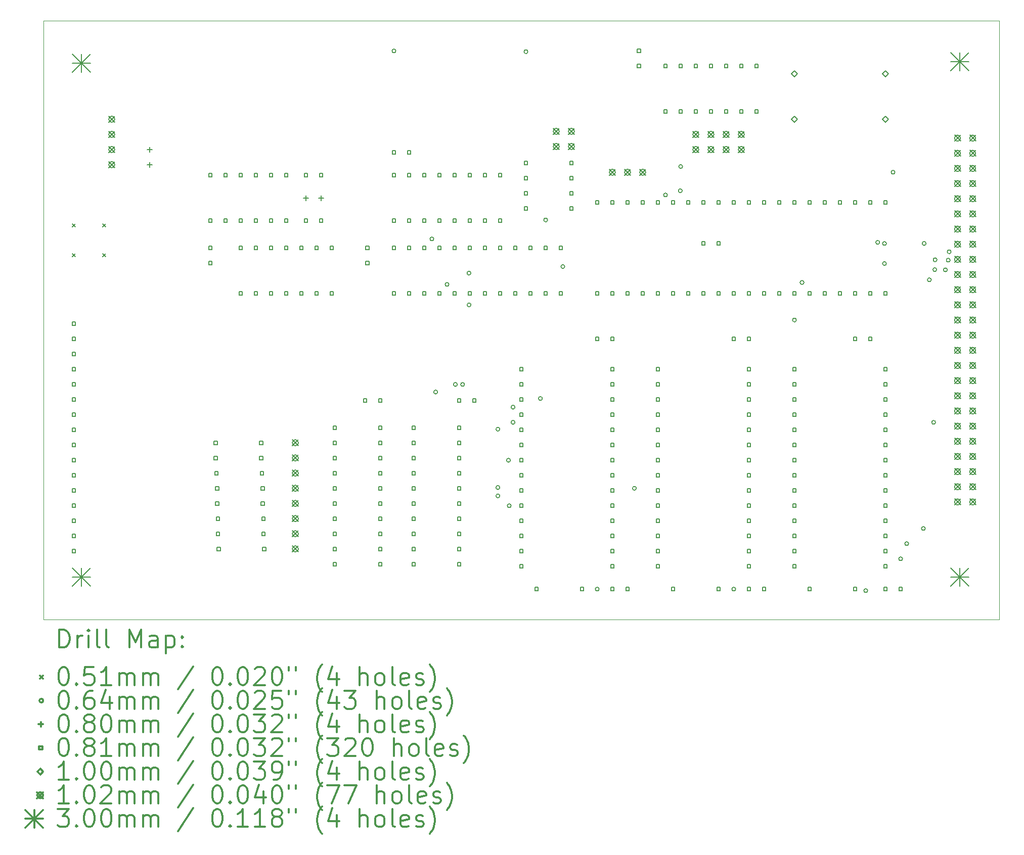
<source format=gbr>
%FSLAX45Y45*%
G04 Gerber Fmt 4.5, Leading zero omitted, Abs format (unit mm)*
G04 Created by KiCad (PCBNEW (2014-12-04 BZR 5312)-product) date Wed 04 Feb 2015 08:07:23 AM CET*
%MOMM*%
G01*
G04 APERTURE LIST*
%ADD10C,0.127000*%
%ADD11C,0.100000*%
%ADD12C,0.200000*%
%ADD13C,0.300000*%
G04 APERTURE END LIST*
D10*
D11*
X6223000Y-14605000D02*
X6223000Y-4572000D01*
X22225000Y-14605000D02*
X6223000Y-14605000D01*
X22225000Y-4572000D02*
X22225000Y-14605000D01*
X6223000Y-4572000D02*
X22225000Y-4572000D01*
D12*
X6709664Y-7979664D02*
X6760464Y-8030464D01*
X6760464Y-7979664D02*
X6709664Y-8030464D01*
X6709664Y-8479536D02*
X6760464Y-8530336D01*
X6760464Y-8479536D02*
X6709664Y-8530336D01*
X7209536Y-7979664D02*
X7260336Y-8030464D01*
X7260336Y-7979664D02*
X7209536Y-8030464D01*
X7209536Y-8479536D02*
X7260336Y-8530336D01*
X7260336Y-8479536D02*
X7209536Y-8530336D01*
X12122150Y-5080000D02*
G75*
G03X12122150Y-5080000I-31750J0D01*
G01*
X12757150Y-8229600D02*
G75*
G03X12757150Y-8229600I-31750J0D01*
G01*
X12820650Y-10795000D02*
G75*
G03X12820650Y-10795000I-31750J0D01*
G01*
X13011150Y-8991600D02*
G75*
G03X13011150Y-8991600I-31750J0D01*
G01*
X13150850Y-10668000D02*
G75*
G03X13150850Y-10668000I-31750J0D01*
G01*
X13271498Y-10668000D02*
G75*
G03X13271498Y-10668000I-31750J0D01*
G01*
X13378227Y-8802323D02*
G75*
G03X13378227Y-8802323I-31750J0D01*
G01*
X13379450Y-9334500D02*
G75*
G03X13379450Y-9334500I-31750J0D01*
G01*
X13862050Y-11417300D02*
G75*
G03X13862050Y-11417300I-31750J0D01*
G01*
X13862050Y-12395200D02*
G75*
G03X13862050Y-12395200I-31750J0D01*
G01*
X13862050Y-12534900D02*
G75*
G03X13862050Y-12534900I-31750J0D01*
G01*
X14039850Y-11938000D02*
G75*
G03X14039850Y-11938000I-31750J0D01*
G01*
X14052550Y-12700000D02*
G75*
G03X14052550Y-12700000I-31750J0D01*
G01*
X14116050Y-11049000D02*
G75*
G03X14116050Y-11049000I-31750J0D01*
G01*
X14116050Y-11303000D02*
G75*
G03X14116050Y-11303000I-31750J0D01*
G01*
X14331950Y-5092700D02*
G75*
G03X14331950Y-5092700I-31750J0D01*
G01*
X14574226Y-10902948D02*
G75*
G03X14574226Y-10902948I-31750J0D01*
G01*
X14662150Y-7912100D02*
G75*
G03X14662150Y-7912100I-31750J0D01*
G01*
X14949568Y-8693144D02*
G75*
G03X14949568Y-8693144I-31750J0D01*
G01*
X15525750Y-14097000D02*
G75*
G03X15525750Y-14097000I-31750J0D01*
G01*
X16148050Y-12407900D02*
G75*
G03X16148050Y-12407900I-31750J0D01*
G01*
X16668750Y-7493000D02*
G75*
G03X16668750Y-7493000I-31750J0D01*
G01*
X16916444Y-7423152D02*
G75*
G03X16916444Y-7423152I-31750J0D01*
G01*
X16922750Y-7016748D02*
G75*
G03X16922750Y-7016748I-31750J0D01*
G01*
X17811750Y-14097000D02*
G75*
G03X17811750Y-14097000I-31750J0D01*
G01*
X18827750Y-9588500D02*
G75*
G03X18827750Y-9588500I-31750J0D01*
G01*
X18954750Y-8959854D02*
G75*
G03X18954750Y-8959854I-31750J0D01*
G01*
X20021550Y-14122400D02*
G75*
G03X20021550Y-14122400I-31750J0D01*
G01*
X20222457Y-8287224D02*
G75*
G03X20222457Y-8287224I-31750J0D01*
G01*
X20335239Y-8305800D02*
G75*
G03X20335239Y-8305800I-31750J0D01*
G01*
X20335239Y-8642352D02*
G75*
G03X20335239Y-8642352I-31750J0D01*
G01*
X20478750Y-7112000D02*
G75*
G03X20478750Y-7112000I-31750J0D01*
G01*
X20605750Y-13589000D02*
G75*
G03X20605750Y-13589000I-31750J0D01*
G01*
X20707350Y-13335000D02*
G75*
G03X20707350Y-13335000I-31750J0D01*
G01*
X20986750Y-13081000D02*
G75*
G03X20986750Y-13081000I-31750J0D01*
G01*
X20999450Y-8305800D02*
G75*
G03X20999450Y-8305800I-31750J0D01*
G01*
X21087547Y-8914528D02*
G75*
G03X21087547Y-8914528I-31750J0D01*
G01*
X21158200Y-11303000D02*
G75*
G03X21158200Y-11303000I-31750J0D01*
G01*
X21177250Y-8743949D02*
G75*
G03X21177250Y-8743949I-31750J0D01*
G01*
X21182985Y-8578852D02*
G75*
G03X21182985Y-8578852I-31750J0D01*
G01*
X21355052Y-8747533D02*
G75*
G03X21355052Y-8747533I-31750J0D01*
G01*
X21402578Y-8585473D02*
G75*
G03X21402578Y-8585473I-31750J0D01*
G01*
X21418550Y-8445500D02*
G75*
G03X21418550Y-8445500I-31750J0D01*
G01*
X8001000Y-6690995D02*
X8001000Y-6771005D01*
X7960995Y-6731000D02*
X8041005Y-6731000D01*
X8001000Y-6944995D02*
X8001000Y-7025005D01*
X7960995Y-6985000D02*
X8041005Y-6985000D01*
X10617200Y-7503795D02*
X10617200Y-7583805D01*
X10577195Y-7543800D02*
X10657205Y-7543800D01*
X10871200Y-7503795D02*
X10871200Y-7583805D01*
X10831195Y-7543800D02*
X10911205Y-7543800D01*
X6759737Y-9680737D02*
X6759737Y-9623263D01*
X6702263Y-9623263D01*
X6702263Y-9680737D01*
X6759737Y-9680737D01*
X6759737Y-9934737D02*
X6759737Y-9877263D01*
X6702263Y-9877263D01*
X6702263Y-9934737D01*
X6759737Y-9934737D01*
X6759737Y-10188737D02*
X6759737Y-10131263D01*
X6702263Y-10131263D01*
X6702263Y-10188737D01*
X6759737Y-10188737D01*
X6759737Y-10442737D02*
X6759737Y-10385263D01*
X6702263Y-10385263D01*
X6702263Y-10442737D01*
X6759737Y-10442737D01*
X6759737Y-10696737D02*
X6759737Y-10639263D01*
X6702263Y-10639263D01*
X6702263Y-10696737D01*
X6759737Y-10696737D01*
X6759737Y-10950737D02*
X6759737Y-10893263D01*
X6702263Y-10893263D01*
X6702263Y-10950737D01*
X6759737Y-10950737D01*
X6759737Y-11204737D02*
X6759737Y-11147263D01*
X6702263Y-11147263D01*
X6702263Y-11204737D01*
X6759737Y-11204737D01*
X6759737Y-11458737D02*
X6759737Y-11401263D01*
X6702263Y-11401263D01*
X6702263Y-11458737D01*
X6759737Y-11458737D01*
X6759737Y-11712737D02*
X6759737Y-11655263D01*
X6702263Y-11655263D01*
X6702263Y-11712737D01*
X6759737Y-11712737D01*
X6759737Y-11966737D02*
X6759737Y-11909263D01*
X6702263Y-11909263D01*
X6702263Y-11966737D01*
X6759737Y-11966737D01*
X6759737Y-12220737D02*
X6759737Y-12163263D01*
X6702263Y-12163263D01*
X6702263Y-12220737D01*
X6759737Y-12220737D01*
X6759737Y-12474737D02*
X6759737Y-12417263D01*
X6702263Y-12417263D01*
X6702263Y-12474737D01*
X6759737Y-12474737D01*
X6759737Y-12728737D02*
X6759737Y-12671263D01*
X6702263Y-12671263D01*
X6702263Y-12728737D01*
X6759737Y-12728737D01*
X6759737Y-12982737D02*
X6759737Y-12925263D01*
X6702263Y-12925263D01*
X6702263Y-12982737D01*
X6759737Y-12982737D01*
X6759737Y-13236737D02*
X6759737Y-13179263D01*
X6702263Y-13179263D01*
X6702263Y-13236737D01*
X6759737Y-13236737D01*
X6759737Y-13490737D02*
X6759737Y-13433263D01*
X6702263Y-13433263D01*
X6702263Y-13490737D01*
X6759737Y-13490737D01*
X9045737Y-7191537D02*
X9045737Y-7134063D01*
X8988263Y-7134063D01*
X8988263Y-7191537D01*
X9045737Y-7191537D01*
X9045737Y-7953537D02*
X9045737Y-7896063D01*
X8988263Y-7896063D01*
X8988263Y-7953537D01*
X9045737Y-7953537D01*
X9045737Y-8410737D02*
X9045737Y-8353263D01*
X8988263Y-8353263D01*
X8988263Y-8410737D01*
X9045737Y-8410737D01*
X9045737Y-8664737D02*
X9045737Y-8607263D01*
X8988263Y-8607263D01*
X8988263Y-8664737D01*
X9045737Y-8664737D01*
X9134637Y-11674637D02*
X9134637Y-11617163D01*
X9077163Y-11617163D01*
X9077163Y-11674637D01*
X9134637Y-11674637D01*
X9134637Y-11928637D02*
X9134637Y-11871163D01*
X9077163Y-11871163D01*
X9077163Y-11928637D01*
X9134637Y-11928637D01*
X9147337Y-12182637D02*
X9147337Y-12125163D01*
X9089863Y-12125163D01*
X9089863Y-12182637D01*
X9147337Y-12182637D01*
X9160037Y-12436637D02*
X9160037Y-12379163D01*
X9102563Y-12379163D01*
X9102563Y-12436637D01*
X9160037Y-12436637D01*
X9160037Y-12690637D02*
X9160037Y-12633163D01*
X9102563Y-12633163D01*
X9102563Y-12690637D01*
X9160037Y-12690637D01*
X9172737Y-12944637D02*
X9172737Y-12887163D01*
X9115263Y-12887163D01*
X9115263Y-12944637D01*
X9172737Y-12944637D01*
X9172737Y-13198637D02*
X9172737Y-13141163D01*
X9115263Y-13141163D01*
X9115263Y-13198637D01*
X9172737Y-13198637D01*
X9185437Y-13452637D02*
X9185437Y-13395163D01*
X9127963Y-13395163D01*
X9127963Y-13452637D01*
X9185437Y-13452637D01*
X9299737Y-7191537D02*
X9299737Y-7134063D01*
X9242263Y-7134063D01*
X9242263Y-7191537D01*
X9299737Y-7191537D01*
X9299737Y-7953537D02*
X9299737Y-7896063D01*
X9242263Y-7896063D01*
X9242263Y-7953537D01*
X9299737Y-7953537D01*
X9553737Y-7191537D02*
X9553737Y-7134063D01*
X9496263Y-7134063D01*
X9496263Y-7191537D01*
X9553737Y-7191537D01*
X9553737Y-7953537D02*
X9553737Y-7896063D01*
X9496263Y-7896063D01*
X9496263Y-7953537D01*
X9553737Y-7953537D01*
X9553737Y-8410737D02*
X9553737Y-8353263D01*
X9496263Y-8353263D01*
X9496263Y-8410737D01*
X9553737Y-8410737D01*
X9553737Y-9172737D02*
X9553737Y-9115263D01*
X9496263Y-9115263D01*
X9496263Y-9172737D01*
X9553737Y-9172737D01*
X9807737Y-7191537D02*
X9807737Y-7134063D01*
X9750263Y-7134063D01*
X9750263Y-7191537D01*
X9807737Y-7191537D01*
X9807737Y-7953537D02*
X9807737Y-7896063D01*
X9750263Y-7896063D01*
X9750263Y-7953537D01*
X9807737Y-7953537D01*
X9807737Y-8410737D02*
X9807737Y-8353263D01*
X9750263Y-8353263D01*
X9750263Y-8410737D01*
X9807737Y-8410737D01*
X9807737Y-9172737D02*
X9807737Y-9115263D01*
X9750263Y-9115263D01*
X9750263Y-9172737D01*
X9807737Y-9172737D01*
X9896637Y-11674637D02*
X9896637Y-11617163D01*
X9839163Y-11617163D01*
X9839163Y-11674637D01*
X9896637Y-11674637D01*
X9896637Y-11928637D02*
X9896637Y-11871163D01*
X9839163Y-11871163D01*
X9839163Y-11928637D01*
X9896637Y-11928637D01*
X9909337Y-12182637D02*
X9909337Y-12125163D01*
X9851863Y-12125163D01*
X9851863Y-12182637D01*
X9909337Y-12182637D01*
X9922037Y-12436637D02*
X9922037Y-12379163D01*
X9864563Y-12379163D01*
X9864563Y-12436637D01*
X9922037Y-12436637D01*
X9922037Y-12690637D02*
X9922037Y-12633163D01*
X9864563Y-12633163D01*
X9864563Y-12690637D01*
X9922037Y-12690637D01*
X9934737Y-12944637D02*
X9934737Y-12887163D01*
X9877263Y-12887163D01*
X9877263Y-12944637D01*
X9934737Y-12944637D01*
X9934737Y-13198637D02*
X9934737Y-13141163D01*
X9877263Y-13141163D01*
X9877263Y-13198637D01*
X9934737Y-13198637D01*
X9947437Y-13452637D02*
X9947437Y-13395163D01*
X9889963Y-13395163D01*
X9889963Y-13452637D01*
X9947437Y-13452637D01*
X10061737Y-7191537D02*
X10061737Y-7134063D01*
X10004263Y-7134063D01*
X10004263Y-7191537D01*
X10061737Y-7191537D01*
X10061737Y-7953537D02*
X10061737Y-7896063D01*
X10004263Y-7896063D01*
X10004263Y-7953537D01*
X10061737Y-7953537D01*
X10061737Y-8410737D02*
X10061737Y-8353263D01*
X10004263Y-8353263D01*
X10004263Y-8410737D01*
X10061737Y-8410737D01*
X10061737Y-9172737D02*
X10061737Y-9115263D01*
X10004263Y-9115263D01*
X10004263Y-9172737D01*
X10061737Y-9172737D01*
X10315737Y-7191537D02*
X10315737Y-7134063D01*
X10258263Y-7134063D01*
X10258263Y-7191537D01*
X10315737Y-7191537D01*
X10315737Y-7953537D02*
X10315737Y-7896063D01*
X10258263Y-7896063D01*
X10258263Y-7953537D01*
X10315737Y-7953537D01*
X10315737Y-8410737D02*
X10315737Y-8353263D01*
X10258263Y-8353263D01*
X10258263Y-8410737D01*
X10315737Y-8410737D01*
X10315737Y-9172737D02*
X10315737Y-9115263D01*
X10258263Y-9115263D01*
X10258263Y-9172737D01*
X10315737Y-9172737D01*
X10569737Y-8410737D02*
X10569737Y-8353263D01*
X10512263Y-8353263D01*
X10512263Y-8410737D01*
X10569737Y-8410737D01*
X10569737Y-9172737D02*
X10569737Y-9115263D01*
X10512263Y-9115263D01*
X10512263Y-9172737D01*
X10569737Y-9172737D01*
X10645937Y-7191537D02*
X10645937Y-7134063D01*
X10588463Y-7134063D01*
X10588463Y-7191537D01*
X10645937Y-7191537D01*
X10645937Y-7953537D02*
X10645937Y-7896063D01*
X10588463Y-7896063D01*
X10588463Y-7953537D01*
X10645937Y-7953537D01*
X10823737Y-8410737D02*
X10823737Y-8353263D01*
X10766263Y-8353263D01*
X10766263Y-8410737D01*
X10823737Y-8410737D01*
X10823737Y-9172737D02*
X10823737Y-9115263D01*
X10766263Y-9115263D01*
X10766263Y-9172737D01*
X10823737Y-9172737D01*
X10899937Y-7191537D02*
X10899937Y-7134063D01*
X10842463Y-7134063D01*
X10842463Y-7191537D01*
X10899937Y-7191537D01*
X10899937Y-7953537D02*
X10899937Y-7896063D01*
X10842463Y-7896063D01*
X10842463Y-7953537D01*
X10899937Y-7953537D01*
X11077737Y-8410737D02*
X11077737Y-8353263D01*
X11020263Y-8353263D01*
X11020263Y-8410737D01*
X11077737Y-8410737D01*
X11077737Y-9172737D02*
X11077737Y-9115263D01*
X11020263Y-9115263D01*
X11020263Y-9172737D01*
X11077737Y-9172737D01*
X11128537Y-11420637D02*
X11128537Y-11363163D01*
X11071063Y-11363163D01*
X11071063Y-11420637D01*
X11128537Y-11420637D01*
X11128537Y-11674637D02*
X11128537Y-11617163D01*
X11071063Y-11617163D01*
X11071063Y-11674637D01*
X11128537Y-11674637D01*
X11128537Y-11928637D02*
X11128537Y-11871163D01*
X11071063Y-11871163D01*
X11071063Y-11928637D01*
X11128537Y-11928637D01*
X11128537Y-12182637D02*
X11128537Y-12125163D01*
X11071063Y-12125163D01*
X11071063Y-12182637D01*
X11128537Y-12182637D01*
X11128537Y-12436637D02*
X11128537Y-12379163D01*
X11071063Y-12379163D01*
X11071063Y-12436637D01*
X11128537Y-12436637D01*
X11128537Y-12690637D02*
X11128537Y-12633163D01*
X11071063Y-12633163D01*
X11071063Y-12690637D01*
X11128537Y-12690637D01*
X11128537Y-12944637D02*
X11128537Y-12887163D01*
X11071063Y-12887163D01*
X11071063Y-12944637D01*
X11128537Y-12944637D01*
X11128537Y-13198637D02*
X11128537Y-13141163D01*
X11071063Y-13141163D01*
X11071063Y-13198637D01*
X11128537Y-13198637D01*
X11128537Y-13452637D02*
X11128537Y-13395163D01*
X11071063Y-13395163D01*
X11071063Y-13452637D01*
X11128537Y-13452637D01*
X11128537Y-13706637D02*
X11128537Y-13649163D01*
X11071063Y-13649163D01*
X11071063Y-13706637D01*
X11128537Y-13706637D01*
X11636537Y-10963437D02*
X11636537Y-10905963D01*
X11579063Y-10905963D01*
X11579063Y-10963437D01*
X11636537Y-10963437D01*
X11674637Y-8410737D02*
X11674637Y-8353263D01*
X11617163Y-8353263D01*
X11617163Y-8410737D01*
X11674637Y-8410737D01*
X11674637Y-8664737D02*
X11674637Y-8607263D01*
X11617163Y-8607263D01*
X11617163Y-8664737D01*
X11674637Y-8664737D01*
X11890537Y-10963437D02*
X11890537Y-10905963D01*
X11833063Y-10905963D01*
X11833063Y-10963437D01*
X11890537Y-10963437D01*
X11890537Y-11420637D02*
X11890537Y-11363163D01*
X11833063Y-11363163D01*
X11833063Y-11420637D01*
X11890537Y-11420637D01*
X11890537Y-11674637D02*
X11890537Y-11617163D01*
X11833063Y-11617163D01*
X11833063Y-11674637D01*
X11890537Y-11674637D01*
X11890537Y-11928637D02*
X11890537Y-11871163D01*
X11833063Y-11871163D01*
X11833063Y-11928637D01*
X11890537Y-11928637D01*
X11890537Y-12182637D02*
X11890537Y-12125163D01*
X11833063Y-12125163D01*
X11833063Y-12182637D01*
X11890537Y-12182637D01*
X11890537Y-12436637D02*
X11890537Y-12379163D01*
X11833063Y-12379163D01*
X11833063Y-12436637D01*
X11890537Y-12436637D01*
X11890537Y-12690637D02*
X11890537Y-12633163D01*
X11833063Y-12633163D01*
X11833063Y-12690637D01*
X11890537Y-12690637D01*
X11890537Y-12944637D02*
X11890537Y-12887163D01*
X11833063Y-12887163D01*
X11833063Y-12944637D01*
X11890537Y-12944637D01*
X11890537Y-13198637D02*
X11890537Y-13141163D01*
X11833063Y-13141163D01*
X11833063Y-13198637D01*
X11890537Y-13198637D01*
X11890537Y-13452637D02*
X11890537Y-13395163D01*
X11833063Y-13395163D01*
X11833063Y-13452637D01*
X11890537Y-13452637D01*
X11890537Y-13706637D02*
X11890537Y-13649163D01*
X11833063Y-13649163D01*
X11833063Y-13706637D01*
X11890537Y-13706637D01*
X12119137Y-6810537D02*
X12119137Y-6753063D01*
X12061663Y-6753063D01*
X12061663Y-6810537D01*
X12119137Y-6810537D01*
X12119137Y-7191537D02*
X12119137Y-7134063D01*
X12061663Y-7134063D01*
X12061663Y-7191537D01*
X12119137Y-7191537D01*
X12119137Y-7953537D02*
X12119137Y-7896063D01*
X12061663Y-7896063D01*
X12061663Y-7953537D01*
X12119137Y-7953537D01*
X12119137Y-8410737D02*
X12119137Y-8353263D01*
X12061663Y-8353263D01*
X12061663Y-8410737D01*
X12119137Y-8410737D01*
X12119137Y-9172737D02*
X12119137Y-9115263D01*
X12061663Y-9115263D01*
X12061663Y-9172737D01*
X12119137Y-9172737D01*
X12373137Y-6810537D02*
X12373137Y-6753063D01*
X12315663Y-6753063D01*
X12315663Y-6810537D01*
X12373137Y-6810537D01*
X12373137Y-7191537D02*
X12373137Y-7134063D01*
X12315663Y-7134063D01*
X12315663Y-7191537D01*
X12373137Y-7191537D01*
X12373137Y-7953537D02*
X12373137Y-7896063D01*
X12315663Y-7896063D01*
X12315663Y-7953537D01*
X12373137Y-7953537D01*
X12373137Y-8410737D02*
X12373137Y-8353263D01*
X12315663Y-8353263D01*
X12315663Y-8410737D01*
X12373137Y-8410737D01*
X12373137Y-9172737D02*
X12373137Y-9115263D01*
X12315663Y-9115263D01*
X12315663Y-9172737D01*
X12373137Y-9172737D01*
X12449337Y-11420637D02*
X12449337Y-11363163D01*
X12391863Y-11363163D01*
X12391863Y-11420637D01*
X12449337Y-11420637D01*
X12449337Y-11674637D02*
X12449337Y-11617163D01*
X12391863Y-11617163D01*
X12391863Y-11674637D01*
X12449337Y-11674637D01*
X12449337Y-11928637D02*
X12449337Y-11871163D01*
X12391863Y-11871163D01*
X12391863Y-11928637D01*
X12449337Y-11928637D01*
X12449337Y-12182637D02*
X12449337Y-12125163D01*
X12391863Y-12125163D01*
X12391863Y-12182637D01*
X12449337Y-12182637D01*
X12449337Y-12436637D02*
X12449337Y-12379163D01*
X12391863Y-12379163D01*
X12391863Y-12436637D01*
X12449337Y-12436637D01*
X12449337Y-12690637D02*
X12449337Y-12633163D01*
X12391863Y-12633163D01*
X12391863Y-12690637D01*
X12449337Y-12690637D01*
X12449337Y-12944637D02*
X12449337Y-12887163D01*
X12391863Y-12887163D01*
X12391863Y-12944637D01*
X12449337Y-12944637D01*
X12449337Y-13198637D02*
X12449337Y-13141163D01*
X12391863Y-13141163D01*
X12391863Y-13198637D01*
X12449337Y-13198637D01*
X12449337Y-13452637D02*
X12449337Y-13395163D01*
X12391863Y-13395163D01*
X12391863Y-13452637D01*
X12449337Y-13452637D01*
X12449337Y-13706637D02*
X12449337Y-13649163D01*
X12391863Y-13649163D01*
X12391863Y-13706637D01*
X12449337Y-13706637D01*
X12627137Y-7191537D02*
X12627137Y-7134063D01*
X12569663Y-7134063D01*
X12569663Y-7191537D01*
X12627137Y-7191537D01*
X12627137Y-7953537D02*
X12627137Y-7896063D01*
X12569663Y-7896063D01*
X12569663Y-7953537D01*
X12627137Y-7953537D01*
X12627137Y-8410737D02*
X12627137Y-8353263D01*
X12569663Y-8353263D01*
X12569663Y-8410737D01*
X12627137Y-8410737D01*
X12627137Y-9172737D02*
X12627137Y-9115263D01*
X12569663Y-9115263D01*
X12569663Y-9172737D01*
X12627137Y-9172737D01*
X12881137Y-7191537D02*
X12881137Y-7134063D01*
X12823663Y-7134063D01*
X12823663Y-7191537D01*
X12881137Y-7191537D01*
X12881137Y-7953537D02*
X12881137Y-7896063D01*
X12823663Y-7896063D01*
X12823663Y-7953537D01*
X12881137Y-7953537D01*
X12881137Y-8410737D02*
X12881137Y-8353263D01*
X12823663Y-8353263D01*
X12823663Y-8410737D01*
X12881137Y-8410737D01*
X12881137Y-9172737D02*
X12881137Y-9115263D01*
X12823663Y-9115263D01*
X12823663Y-9172737D01*
X12881137Y-9172737D01*
X13135137Y-7191537D02*
X13135137Y-7134063D01*
X13077663Y-7134063D01*
X13077663Y-7191537D01*
X13135137Y-7191537D01*
X13135137Y-7953537D02*
X13135137Y-7896063D01*
X13077663Y-7896063D01*
X13077663Y-7953537D01*
X13135137Y-7953537D01*
X13135137Y-8410737D02*
X13135137Y-8353263D01*
X13077663Y-8353263D01*
X13077663Y-8410737D01*
X13135137Y-8410737D01*
X13135137Y-9172737D02*
X13135137Y-9115263D01*
X13077663Y-9115263D01*
X13077663Y-9172737D01*
X13135137Y-9172737D01*
X13211337Y-10963437D02*
X13211337Y-10905963D01*
X13153863Y-10905963D01*
X13153863Y-10963437D01*
X13211337Y-10963437D01*
X13211337Y-11420637D02*
X13211337Y-11363163D01*
X13153863Y-11363163D01*
X13153863Y-11420637D01*
X13211337Y-11420637D01*
X13211337Y-11674637D02*
X13211337Y-11617163D01*
X13153863Y-11617163D01*
X13153863Y-11674637D01*
X13211337Y-11674637D01*
X13211337Y-11928637D02*
X13211337Y-11871163D01*
X13153863Y-11871163D01*
X13153863Y-11928637D01*
X13211337Y-11928637D01*
X13211337Y-12182637D02*
X13211337Y-12125163D01*
X13153863Y-12125163D01*
X13153863Y-12182637D01*
X13211337Y-12182637D01*
X13211337Y-12436637D02*
X13211337Y-12379163D01*
X13153863Y-12379163D01*
X13153863Y-12436637D01*
X13211337Y-12436637D01*
X13211337Y-12690637D02*
X13211337Y-12633163D01*
X13153863Y-12633163D01*
X13153863Y-12690637D01*
X13211337Y-12690637D01*
X13211337Y-12944637D02*
X13211337Y-12887163D01*
X13153863Y-12887163D01*
X13153863Y-12944637D01*
X13211337Y-12944637D01*
X13211337Y-13198637D02*
X13211337Y-13141163D01*
X13153863Y-13141163D01*
X13153863Y-13198637D01*
X13211337Y-13198637D01*
X13211337Y-13452637D02*
X13211337Y-13395163D01*
X13153863Y-13395163D01*
X13153863Y-13452637D01*
X13211337Y-13452637D01*
X13211337Y-13706637D02*
X13211337Y-13649163D01*
X13153863Y-13649163D01*
X13153863Y-13706637D01*
X13211337Y-13706637D01*
X13389137Y-7191537D02*
X13389137Y-7134063D01*
X13331663Y-7134063D01*
X13331663Y-7191537D01*
X13389137Y-7191537D01*
X13389137Y-7953537D02*
X13389137Y-7896063D01*
X13331663Y-7896063D01*
X13331663Y-7953537D01*
X13389137Y-7953537D01*
X13389137Y-8410737D02*
X13389137Y-8353263D01*
X13331663Y-8353263D01*
X13331663Y-8410737D01*
X13389137Y-8410737D01*
X13389137Y-9172737D02*
X13389137Y-9115263D01*
X13331663Y-9115263D01*
X13331663Y-9172737D01*
X13389137Y-9172737D01*
X13465337Y-10963437D02*
X13465337Y-10905963D01*
X13407863Y-10905963D01*
X13407863Y-10963437D01*
X13465337Y-10963437D01*
X13643137Y-7191537D02*
X13643137Y-7134063D01*
X13585663Y-7134063D01*
X13585663Y-7191537D01*
X13643137Y-7191537D01*
X13643137Y-7953537D02*
X13643137Y-7896063D01*
X13585663Y-7896063D01*
X13585663Y-7953537D01*
X13643137Y-7953537D01*
X13643137Y-8410737D02*
X13643137Y-8353263D01*
X13585663Y-8353263D01*
X13585663Y-8410737D01*
X13643137Y-8410737D01*
X13643137Y-9172737D02*
X13643137Y-9115263D01*
X13585663Y-9115263D01*
X13585663Y-9172737D01*
X13643137Y-9172737D01*
X13897137Y-7191537D02*
X13897137Y-7134063D01*
X13839663Y-7134063D01*
X13839663Y-7191537D01*
X13897137Y-7191537D01*
X13897137Y-7953537D02*
X13897137Y-7896063D01*
X13839663Y-7896063D01*
X13839663Y-7953537D01*
X13897137Y-7953537D01*
X13897137Y-8410737D02*
X13897137Y-8353263D01*
X13839663Y-8353263D01*
X13839663Y-8410737D01*
X13897137Y-8410737D01*
X13897137Y-9172737D02*
X13897137Y-9115263D01*
X13839663Y-9115263D01*
X13839663Y-9172737D01*
X13897137Y-9172737D01*
X14151137Y-8410737D02*
X14151137Y-8353263D01*
X14093663Y-8353263D01*
X14093663Y-8410737D01*
X14151137Y-8410737D01*
X14151137Y-9172737D02*
X14151137Y-9115263D01*
X14093663Y-9115263D01*
X14093663Y-9172737D01*
X14151137Y-9172737D01*
X14252737Y-10442737D02*
X14252737Y-10385263D01*
X14195263Y-10385263D01*
X14195263Y-10442737D01*
X14252737Y-10442737D01*
X14252737Y-10696737D02*
X14252737Y-10639263D01*
X14195263Y-10639263D01*
X14195263Y-10696737D01*
X14252737Y-10696737D01*
X14252737Y-10950737D02*
X14252737Y-10893263D01*
X14195263Y-10893263D01*
X14195263Y-10950737D01*
X14252737Y-10950737D01*
X14252737Y-11204737D02*
X14252737Y-11147263D01*
X14195263Y-11147263D01*
X14195263Y-11204737D01*
X14252737Y-11204737D01*
X14252737Y-11458737D02*
X14252737Y-11401263D01*
X14195263Y-11401263D01*
X14195263Y-11458737D01*
X14252737Y-11458737D01*
X14252737Y-11712737D02*
X14252737Y-11655263D01*
X14195263Y-11655263D01*
X14195263Y-11712737D01*
X14252737Y-11712737D01*
X14252737Y-11966737D02*
X14252737Y-11909263D01*
X14195263Y-11909263D01*
X14195263Y-11966737D01*
X14252737Y-11966737D01*
X14252737Y-12220737D02*
X14252737Y-12163263D01*
X14195263Y-12163263D01*
X14195263Y-12220737D01*
X14252737Y-12220737D01*
X14252737Y-12474737D02*
X14252737Y-12417263D01*
X14195263Y-12417263D01*
X14195263Y-12474737D01*
X14252737Y-12474737D01*
X14252737Y-12728737D02*
X14252737Y-12671263D01*
X14195263Y-12671263D01*
X14195263Y-12728737D01*
X14252737Y-12728737D01*
X14252737Y-12982737D02*
X14252737Y-12925263D01*
X14195263Y-12925263D01*
X14195263Y-12982737D01*
X14252737Y-12982737D01*
X14252737Y-13236737D02*
X14252737Y-13179263D01*
X14195263Y-13179263D01*
X14195263Y-13236737D01*
X14252737Y-13236737D01*
X14252737Y-13490737D02*
X14252737Y-13433263D01*
X14195263Y-13433263D01*
X14195263Y-13490737D01*
X14252737Y-13490737D01*
X14252737Y-13744737D02*
X14252737Y-13687263D01*
X14195263Y-13687263D01*
X14195263Y-13744737D01*
X14252737Y-13744737D01*
X14328937Y-6988337D02*
X14328937Y-6930863D01*
X14271463Y-6930863D01*
X14271463Y-6988337D01*
X14328937Y-6988337D01*
X14328937Y-7242337D02*
X14328937Y-7184863D01*
X14271463Y-7184863D01*
X14271463Y-7242337D01*
X14328937Y-7242337D01*
X14328937Y-7496337D02*
X14328937Y-7438863D01*
X14271463Y-7438863D01*
X14271463Y-7496337D01*
X14328937Y-7496337D01*
X14328937Y-7750337D02*
X14328937Y-7692863D01*
X14271463Y-7692863D01*
X14271463Y-7750337D01*
X14328937Y-7750337D01*
X14405137Y-8410737D02*
X14405137Y-8353263D01*
X14347663Y-8353263D01*
X14347663Y-8410737D01*
X14405137Y-8410737D01*
X14405137Y-9172737D02*
X14405137Y-9115263D01*
X14347663Y-9115263D01*
X14347663Y-9172737D01*
X14405137Y-9172737D01*
X14506737Y-14125737D02*
X14506737Y-14068263D01*
X14449263Y-14068263D01*
X14449263Y-14125737D01*
X14506737Y-14125737D01*
X14659137Y-8410737D02*
X14659137Y-8353263D01*
X14601663Y-8353263D01*
X14601663Y-8410737D01*
X14659137Y-8410737D01*
X14659137Y-9172737D02*
X14659137Y-9115263D01*
X14601663Y-9115263D01*
X14601663Y-9172737D01*
X14659137Y-9172737D01*
X14913137Y-8410737D02*
X14913137Y-8353263D01*
X14855663Y-8353263D01*
X14855663Y-8410737D01*
X14913137Y-8410737D01*
X14913137Y-9172737D02*
X14913137Y-9115263D01*
X14855663Y-9115263D01*
X14855663Y-9172737D01*
X14913137Y-9172737D01*
X15090937Y-6988337D02*
X15090937Y-6930863D01*
X15033463Y-6930863D01*
X15033463Y-6988337D01*
X15090937Y-6988337D01*
X15090937Y-7242337D02*
X15090937Y-7184863D01*
X15033463Y-7184863D01*
X15033463Y-7242337D01*
X15090937Y-7242337D01*
X15090937Y-7496337D02*
X15090937Y-7438863D01*
X15033463Y-7438863D01*
X15033463Y-7496337D01*
X15090937Y-7496337D01*
X15090937Y-7750337D02*
X15090937Y-7692863D01*
X15033463Y-7692863D01*
X15033463Y-7750337D01*
X15090937Y-7750337D01*
X15268737Y-14125737D02*
X15268737Y-14068263D01*
X15211263Y-14068263D01*
X15211263Y-14125737D01*
X15268737Y-14125737D01*
X15522737Y-7648737D02*
X15522737Y-7591263D01*
X15465263Y-7591263D01*
X15465263Y-7648737D01*
X15522737Y-7648737D01*
X15522737Y-9172737D02*
X15522737Y-9115263D01*
X15465263Y-9115263D01*
X15465263Y-9172737D01*
X15522737Y-9172737D01*
X15522737Y-9934737D02*
X15522737Y-9877263D01*
X15465263Y-9877263D01*
X15465263Y-9934737D01*
X15522737Y-9934737D01*
X15776737Y-7648737D02*
X15776737Y-7591263D01*
X15719263Y-7591263D01*
X15719263Y-7648737D01*
X15776737Y-7648737D01*
X15776737Y-9172737D02*
X15776737Y-9115263D01*
X15719263Y-9115263D01*
X15719263Y-9172737D01*
X15776737Y-9172737D01*
X15776737Y-9934737D02*
X15776737Y-9877263D01*
X15719263Y-9877263D01*
X15719263Y-9934737D01*
X15776737Y-9934737D01*
X15776737Y-10442737D02*
X15776737Y-10385263D01*
X15719263Y-10385263D01*
X15719263Y-10442737D01*
X15776737Y-10442737D01*
X15776737Y-10696737D02*
X15776737Y-10639263D01*
X15719263Y-10639263D01*
X15719263Y-10696737D01*
X15776737Y-10696737D01*
X15776737Y-10950737D02*
X15776737Y-10893263D01*
X15719263Y-10893263D01*
X15719263Y-10950737D01*
X15776737Y-10950737D01*
X15776737Y-11204737D02*
X15776737Y-11147263D01*
X15719263Y-11147263D01*
X15719263Y-11204737D01*
X15776737Y-11204737D01*
X15776737Y-11458737D02*
X15776737Y-11401263D01*
X15719263Y-11401263D01*
X15719263Y-11458737D01*
X15776737Y-11458737D01*
X15776737Y-11712737D02*
X15776737Y-11655263D01*
X15719263Y-11655263D01*
X15719263Y-11712737D01*
X15776737Y-11712737D01*
X15776737Y-11966737D02*
X15776737Y-11909263D01*
X15719263Y-11909263D01*
X15719263Y-11966737D01*
X15776737Y-11966737D01*
X15776737Y-12220737D02*
X15776737Y-12163263D01*
X15719263Y-12163263D01*
X15719263Y-12220737D01*
X15776737Y-12220737D01*
X15776737Y-12474737D02*
X15776737Y-12417263D01*
X15719263Y-12417263D01*
X15719263Y-12474737D01*
X15776737Y-12474737D01*
X15776737Y-12728737D02*
X15776737Y-12671263D01*
X15719263Y-12671263D01*
X15719263Y-12728737D01*
X15776737Y-12728737D01*
X15776737Y-12982737D02*
X15776737Y-12925263D01*
X15719263Y-12925263D01*
X15719263Y-12982737D01*
X15776737Y-12982737D01*
X15776737Y-13236737D02*
X15776737Y-13179263D01*
X15719263Y-13179263D01*
X15719263Y-13236737D01*
X15776737Y-13236737D01*
X15776737Y-13490737D02*
X15776737Y-13433263D01*
X15719263Y-13433263D01*
X15719263Y-13490737D01*
X15776737Y-13490737D01*
X15776737Y-13744737D02*
X15776737Y-13687263D01*
X15719263Y-13687263D01*
X15719263Y-13744737D01*
X15776737Y-13744737D01*
X15776737Y-14125737D02*
X15776737Y-14068263D01*
X15719263Y-14068263D01*
X15719263Y-14125737D01*
X15776737Y-14125737D01*
X16030737Y-7648737D02*
X16030737Y-7591263D01*
X15973263Y-7591263D01*
X15973263Y-7648737D01*
X16030737Y-7648737D01*
X16030737Y-9172737D02*
X16030737Y-9115263D01*
X15973263Y-9115263D01*
X15973263Y-9172737D01*
X16030737Y-9172737D01*
X16030737Y-14125737D02*
X16030737Y-14068263D01*
X15973263Y-14068263D01*
X15973263Y-14125737D01*
X16030737Y-14125737D01*
X16221237Y-5108737D02*
X16221237Y-5051263D01*
X16163763Y-5051263D01*
X16163763Y-5108737D01*
X16221237Y-5108737D01*
X16221237Y-5362737D02*
X16221237Y-5305263D01*
X16163763Y-5305263D01*
X16163763Y-5362737D01*
X16221237Y-5362737D01*
X16284737Y-7648737D02*
X16284737Y-7591263D01*
X16227263Y-7591263D01*
X16227263Y-7648737D01*
X16284737Y-7648737D01*
X16284737Y-9172737D02*
X16284737Y-9115263D01*
X16227263Y-9115263D01*
X16227263Y-9172737D01*
X16284737Y-9172737D01*
X16538737Y-7648737D02*
X16538737Y-7591263D01*
X16481263Y-7591263D01*
X16481263Y-7648737D01*
X16538737Y-7648737D01*
X16538737Y-9172737D02*
X16538737Y-9115263D01*
X16481263Y-9115263D01*
X16481263Y-9172737D01*
X16538737Y-9172737D01*
X16538737Y-10442737D02*
X16538737Y-10385263D01*
X16481263Y-10385263D01*
X16481263Y-10442737D01*
X16538737Y-10442737D01*
X16538737Y-10696737D02*
X16538737Y-10639263D01*
X16481263Y-10639263D01*
X16481263Y-10696737D01*
X16538737Y-10696737D01*
X16538737Y-10950737D02*
X16538737Y-10893263D01*
X16481263Y-10893263D01*
X16481263Y-10950737D01*
X16538737Y-10950737D01*
X16538737Y-11204737D02*
X16538737Y-11147263D01*
X16481263Y-11147263D01*
X16481263Y-11204737D01*
X16538737Y-11204737D01*
X16538737Y-11458737D02*
X16538737Y-11401263D01*
X16481263Y-11401263D01*
X16481263Y-11458737D01*
X16538737Y-11458737D01*
X16538737Y-11712737D02*
X16538737Y-11655263D01*
X16481263Y-11655263D01*
X16481263Y-11712737D01*
X16538737Y-11712737D01*
X16538737Y-11966737D02*
X16538737Y-11909263D01*
X16481263Y-11909263D01*
X16481263Y-11966737D01*
X16538737Y-11966737D01*
X16538737Y-12220737D02*
X16538737Y-12163263D01*
X16481263Y-12163263D01*
X16481263Y-12220737D01*
X16538737Y-12220737D01*
X16538737Y-12474737D02*
X16538737Y-12417263D01*
X16481263Y-12417263D01*
X16481263Y-12474737D01*
X16538737Y-12474737D01*
X16538737Y-12728737D02*
X16538737Y-12671263D01*
X16481263Y-12671263D01*
X16481263Y-12728737D01*
X16538737Y-12728737D01*
X16538737Y-12982737D02*
X16538737Y-12925263D01*
X16481263Y-12925263D01*
X16481263Y-12982737D01*
X16538737Y-12982737D01*
X16538737Y-13236737D02*
X16538737Y-13179263D01*
X16481263Y-13179263D01*
X16481263Y-13236737D01*
X16538737Y-13236737D01*
X16538737Y-13490737D02*
X16538737Y-13433263D01*
X16481263Y-13433263D01*
X16481263Y-13490737D01*
X16538737Y-13490737D01*
X16538737Y-13744737D02*
X16538737Y-13687263D01*
X16481263Y-13687263D01*
X16481263Y-13744737D01*
X16538737Y-13744737D01*
X16665737Y-5362737D02*
X16665737Y-5305263D01*
X16608263Y-5305263D01*
X16608263Y-5362737D01*
X16665737Y-5362737D01*
X16665737Y-6124737D02*
X16665737Y-6067263D01*
X16608263Y-6067263D01*
X16608263Y-6124737D01*
X16665737Y-6124737D01*
X16792737Y-7648737D02*
X16792737Y-7591263D01*
X16735263Y-7591263D01*
X16735263Y-7648737D01*
X16792737Y-7648737D01*
X16792737Y-9172737D02*
X16792737Y-9115263D01*
X16735263Y-9115263D01*
X16735263Y-9172737D01*
X16792737Y-9172737D01*
X16792737Y-14125737D02*
X16792737Y-14068263D01*
X16735263Y-14068263D01*
X16735263Y-14125737D01*
X16792737Y-14125737D01*
X16919737Y-5362737D02*
X16919737Y-5305263D01*
X16862263Y-5305263D01*
X16862263Y-5362737D01*
X16919737Y-5362737D01*
X16919737Y-6124737D02*
X16919737Y-6067263D01*
X16862263Y-6067263D01*
X16862263Y-6124737D01*
X16919737Y-6124737D01*
X17046737Y-7648737D02*
X17046737Y-7591263D01*
X16989263Y-7591263D01*
X16989263Y-7648737D01*
X17046737Y-7648737D01*
X17046737Y-9172737D02*
X17046737Y-9115263D01*
X16989263Y-9115263D01*
X16989263Y-9172737D01*
X17046737Y-9172737D01*
X17173737Y-5362737D02*
X17173737Y-5305263D01*
X17116263Y-5305263D01*
X17116263Y-5362737D01*
X17173737Y-5362737D01*
X17173737Y-6124737D02*
X17173737Y-6067263D01*
X17116263Y-6067263D01*
X17116263Y-6124737D01*
X17173737Y-6124737D01*
X17300737Y-7648737D02*
X17300737Y-7591263D01*
X17243263Y-7591263D01*
X17243263Y-7648737D01*
X17300737Y-7648737D01*
X17300737Y-8334537D02*
X17300737Y-8277063D01*
X17243263Y-8277063D01*
X17243263Y-8334537D01*
X17300737Y-8334537D01*
X17300737Y-9172737D02*
X17300737Y-9115263D01*
X17243263Y-9115263D01*
X17243263Y-9172737D01*
X17300737Y-9172737D01*
X17427737Y-5362737D02*
X17427737Y-5305263D01*
X17370263Y-5305263D01*
X17370263Y-5362737D01*
X17427737Y-5362737D01*
X17427737Y-6124737D02*
X17427737Y-6067263D01*
X17370263Y-6067263D01*
X17370263Y-6124737D01*
X17427737Y-6124737D01*
X17554737Y-7648737D02*
X17554737Y-7591263D01*
X17497263Y-7591263D01*
X17497263Y-7648737D01*
X17554737Y-7648737D01*
X17554737Y-8334537D02*
X17554737Y-8277063D01*
X17497263Y-8277063D01*
X17497263Y-8334537D01*
X17554737Y-8334537D01*
X17554737Y-9172737D02*
X17554737Y-9115263D01*
X17497263Y-9115263D01*
X17497263Y-9172737D01*
X17554737Y-9172737D01*
X17554737Y-14125737D02*
X17554737Y-14068263D01*
X17497263Y-14068263D01*
X17497263Y-14125737D01*
X17554737Y-14125737D01*
X17681737Y-5362737D02*
X17681737Y-5305263D01*
X17624263Y-5305263D01*
X17624263Y-5362737D01*
X17681737Y-5362737D01*
X17681737Y-6124737D02*
X17681737Y-6067263D01*
X17624263Y-6067263D01*
X17624263Y-6124737D01*
X17681737Y-6124737D01*
X17808737Y-7648737D02*
X17808737Y-7591263D01*
X17751263Y-7591263D01*
X17751263Y-7648737D01*
X17808737Y-7648737D01*
X17808737Y-9172737D02*
X17808737Y-9115263D01*
X17751263Y-9115263D01*
X17751263Y-9172737D01*
X17808737Y-9172737D01*
X17808737Y-9934737D02*
X17808737Y-9877263D01*
X17751263Y-9877263D01*
X17751263Y-9934737D01*
X17808737Y-9934737D01*
X17935737Y-5362737D02*
X17935737Y-5305263D01*
X17878263Y-5305263D01*
X17878263Y-5362737D01*
X17935737Y-5362737D01*
X17935737Y-6124737D02*
X17935737Y-6067263D01*
X17878263Y-6067263D01*
X17878263Y-6124737D01*
X17935737Y-6124737D01*
X18062737Y-7648737D02*
X18062737Y-7591263D01*
X18005263Y-7591263D01*
X18005263Y-7648737D01*
X18062737Y-7648737D01*
X18062737Y-9172737D02*
X18062737Y-9115263D01*
X18005263Y-9115263D01*
X18005263Y-9172737D01*
X18062737Y-9172737D01*
X18062737Y-9934737D02*
X18062737Y-9877263D01*
X18005263Y-9877263D01*
X18005263Y-9934737D01*
X18062737Y-9934737D01*
X18062737Y-10442737D02*
X18062737Y-10385263D01*
X18005263Y-10385263D01*
X18005263Y-10442737D01*
X18062737Y-10442737D01*
X18062737Y-10696737D02*
X18062737Y-10639263D01*
X18005263Y-10639263D01*
X18005263Y-10696737D01*
X18062737Y-10696737D01*
X18062737Y-10950737D02*
X18062737Y-10893263D01*
X18005263Y-10893263D01*
X18005263Y-10950737D01*
X18062737Y-10950737D01*
X18062737Y-11204737D02*
X18062737Y-11147263D01*
X18005263Y-11147263D01*
X18005263Y-11204737D01*
X18062737Y-11204737D01*
X18062737Y-11458737D02*
X18062737Y-11401263D01*
X18005263Y-11401263D01*
X18005263Y-11458737D01*
X18062737Y-11458737D01*
X18062737Y-11712737D02*
X18062737Y-11655263D01*
X18005263Y-11655263D01*
X18005263Y-11712737D01*
X18062737Y-11712737D01*
X18062737Y-11966737D02*
X18062737Y-11909263D01*
X18005263Y-11909263D01*
X18005263Y-11966737D01*
X18062737Y-11966737D01*
X18062737Y-12220737D02*
X18062737Y-12163263D01*
X18005263Y-12163263D01*
X18005263Y-12220737D01*
X18062737Y-12220737D01*
X18062737Y-12474737D02*
X18062737Y-12417263D01*
X18005263Y-12417263D01*
X18005263Y-12474737D01*
X18062737Y-12474737D01*
X18062737Y-12728737D02*
X18062737Y-12671263D01*
X18005263Y-12671263D01*
X18005263Y-12728737D01*
X18062737Y-12728737D01*
X18062737Y-12982737D02*
X18062737Y-12925263D01*
X18005263Y-12925263D01*
X18005263Y-12982737D01*
X18062737Y-12982737D01*
X18062737Y-13236737D02*
X18062737Y-13179263D01*
X18005263Y-13179263D01*
X18005263Y-13236737D01*
X18062737Y-13236737D01*
X18062737Y-13490737D02*
X18062737Y-13433263D01*
X18005263Y-13433263D01*
X18005263Y-13490737D01*
X18062737Y-13490737D01*
X18062737Y-13744737D02*
X18062737Y-13687263D01*
X18005263Y-13687263D01*
X18005263Y-13744737D01*
X18062737Y-13744737D01*
X18062737Y-14125737D02*
X18062737Y-14068263D01*
X18005263Y-14068263D01*
X18005263Y-14125737D01*
X18062737Y-14125737D01*
X18189737Y-5362737D02*
X18189737Y-5305263D01*
X18132263Y-5305263D01*
X18132263Y-5362737D01*
X18189737Y-5362737D01*
X18189737Y-6124737D02*
X18189737Y-6067263D01*
X18132263Y-6067263D01*
X18132263Y-6124737D01*
X18189737Y-6124737D01*
X18316737Y-7648737D02*
X18316737Y-7591263D01*
X18259263Y-7591263D01*
X18259263Y-7648737D01*
X18316737Y-7648737D01*
X18316737Y-9172737D02*
X18316737Y-9115263D01*
X18259263Y-9115263D01*
X18259263Y-9172737D01*
X18316737Y-9172737D01*
X18316737Y-14125737D02*
X18316737Y-14068263D01*
X18259263Y-14068263D01*
X18259263Y-14125737D01*
X18316737Y-14125737D01*
X18570737Y-7648737D02*
X18570737Y-7591263D01*
X18513263Y-7591263D01*
X18513263Y-7648737D01*
X18570737Y-7648737D01*
X18570737Y-9172737D02*
X18570737Y-9115263D01*
X18513263Y-9115263D01*
X18513263Y-9172737D01*
X18570737Y-9172737D01*
X18824737Y-7648737D02*
X18824737Y-7591263D01*
X18767263Y-7591263D01*
X18767263Y-7648737D01*
X18824737Y-7648737D01*
X18824737Y-9172737D02*
X18824737Y-9115263D01*
X18767263Y-9115263D01*
X18767263Y-9172737D01*
X18824737Y-9172737D01*
X18824737Y-10442737D02*
X18824737Y-10385263D01*
X18767263Y-10385263D01*
X18767263Y-10442737D01*
X18824737Y-10442737D01*
X18824737Y-10696737D02*
X18824737Y-10639263D01*
X18767263Y-10639263D01*
X18767263Y-10696737D01*
X18824737Y-10696737D01*
X18824737Y-10950737D02*
X18824737Y-10893263D01*
X18767263Y-10893263D01*
X18767263Y-10950737D01*
X18824737Y-10950737D01*
X18824737Y-11204737D02*
X18824737Y-11147263D01*
X18767263Y-11147263D01*
X18767263Y-11204737D01*
X18824737Y-11204737D01*
X18824737Y-11458737D02*
X18824737Y-11401263D01*
X18767263Y-11401263D01*
X18767263Y-11458737D01*
X18824737Y-11458737D01*
X18824737Y-11712737D02*
X18824737Y-11655263D01*
X18767263Y-11655263D01*
X18767263Y-11712737D01*
X18824737Y-11712737D01*
X18824737Y-11966737D02*
X18824737Y-11909263D01*
X18767263Y-11909263D01*
X18767263Y-11966737D01*
X18824737Y-11966737D01*
X18824737Y-12220737D02*
X18824737Y-12163263D01*
X18767263Y-12163263D01*
X18767263Y-12220737D01*
X18824737Y-12220737D01*
X18824737Y-12474737D02*
X18824737Y-12417263D01*
X18767263Y-12417263D01*
X18767263Y-12474737D01*
X18824737Y-12474737D01*
X18824737Y-12728737D02*
X18824737Y-12671263D01*
X18767263Y-12671263D01*
X18767263Y-12728737D01*
X18824737Y-12728737D01*
X18824737Y-12982737D02*
X18824737Y-12925263D01*
X18767263Y-12925263D01*
X18767263Y-12982737D01*
X18824737Y-12982737D01*
X18824737Y-13236737D02*
X18824737Y-13179263D01*
X18767263Y-13179263D01*
X18767263Y-13236737D01*
X18824737Y-13236737D01*
X18824737Y-13490737D02*
X18824737Y-13433263D01*
X18767263Y-13433263D01*
X18767263Y-13490737D01*
X18824737Y-13490737D01*
X18824737Y-13744737D02*
X18824737Y-13687263D01*
X18767263Y-13687263D01*
X18767263Y-13744737D01*
X18824737Y-13744737D01*
X19078737Y-7648737D02*
X19078737Y-7591263D01*
X19021263Y-7591263D01*
X19021263Y-7648737D01*
X19078737Y-7648737D01*
X19078737Y-9172737D02*
X19078737Y-9115263D01*
X19021263Y-9115263D01*
X19021263Y-9172737D01*
X19078737Y-9172737D01*
X19078737Y-14125737D02*
X19078737Y-14068263D01*
X19021263Y-14068263D01*
X19021263Y-14125737D01*
X19078737Y-14125737D01*
X19332737Y-7648737D02*
X19332737Y-7591263D01*
X19275263Y-7591263D01*
X19275263Y-7648737D01*
X19332737Y-7648737D01*
X19332737Y-9172737D02*
X19332737Y-9115263D01*
X19275263Y-9115263D01*
X19275263Y-9172737D01*
X19332737Y-9172737D01*
X19586737Y-7648737D02*
X19586737Y-7591263D01*
X19529263Y-7591263D01*
X19529263Y-7648737D01*
X19586737Y-7648737D01*
X19586737Y-9172737D02*
X19586737Y-9115263D01*
X19529263Y-9115263D01*
X19529263Y-9172737D01*
X19586737Y-9172737D01*
X19840737Y-7648737D02*
X19840737Y-7591263D01*
X19783263Y-7591263D01*
X19783263Y-7648737D01*
X19840737Y-7648737D01*
X19840737Y-9172737D02*
X19840737Y-9115263D01*
X19783263Y-9115263D01*
X19783263Y-9172737D01*
X19840737Y-9172737D01*
X19840737Y-9934737D02*
X19840737Y-9877263D01*
X19783263Y-9877263D01*
X19783263Y-9934737D01*
X19840737Y-9934737D01*
X19840737Y-14125737D02*
X19840737Y-14068263D01*
X19783263Y-14068263D01*
X19783263Y-14125737D01*
X19840737Y-14125737D01*
X20094737Y-7648737D02*
X20094737Y-7591263D01*
X20037263Y-7591263D01*
X20037263Y-7648737D01*
X20094737Y-7648737D01*
X20094737Y-9172737D02*
X20094737Y-9115263D01*
X20037263Y-9115263D01*
X20037263Y-9172737D01*
X20094737Y-9172737D01*
X20094737Y-9934737D02*
X20094737Y-9877263D01*
X20037263Y-9877263D01*
X20037263Y-9934737D01*
X20094737Y-9934737D01*
X20348737Y-7648737D02*
X20348737Y-7591263D01*
X20291263Y-7591263D01*
X20291263Y-7648737D01*
X20348737Y-7648737D01*
X20348737Y-9172737D02*
X20348737Y-9115263D01*
X20291263Y-9115263D01*
X20291263Y-9172737D01*
X20348737Y-9172737D01*
X20348737Y-10442737D02*
X20348737Y-10385263D01*
X20291263Y-10385263D01*
X20291263Y-10442737D01*
X20348737Y-10442737D01*
X20348737Y-10696737D02*
X20348737Y-10639263D01*
X20291263Y-10639263D01*
X20291263Y-10696737D01*
X20348737Y-10696737D01*
X20348737Y-10950737D02*
X20348737Y-10893263D01*
X20291263Y-10893263D01*
X20291263Y-10950737D01*
X20348737Y-10950737D01*
X20348737Y-11204737D02*
X20348737Y-11147263D01*
X20291263Y-11147263D01*
X20291263Y-11204737D01*
X20348737Y-11204737D01*
X20348737Y-11458737D02*
X20348737Y-11401263D01*
X20291263Y-11401263D01*
X20291263Y-11458737D01*
X20348737Y-11458737D01*
X20348737Y-11712737D02*
X20348737Y-11655263D01*
X20291263Y-11655263D01*
X20291263Y-11712737D01*
X20348737Y-11712737D01*
X20348737Y-11966737D02*
X20348737Y-11909263D01*
X20291263Y-11909263D01*
X20291263Y-11966737D01*
X20348737Y-11966737D01*
X20348737Y-12220737D02*
X20348737Y-12163263D01*
X20291263Y-12163263D01*
X20291263Y-12220737D01*
X20348737Y-12220737D01*
X20348737Y-12474737D02*
X20348737Y-12417263D01*
X20291263Y-12417263D01*
X20291263Y-12474737D01*
X20348737Y-12474737D01*
X20348737Y-12728737D02*
X20348737Y-12671263D01*
X20291263Y-12671263D01*
X20291263Y-12728737D01*
X20348737Y-12728737D01*
X20348737Y-12982737D02*
X20348737Y-12925263D01*
X20291263Y-12925263D01*
X20291263Y-12982737D01*
X20348737Y-12982737D01*
X20348737Y-13236737D02*
X20348737Y-13179263D01*
X20291263Y-13179263D01*
X20291263Y-13236737D01*
X20348737Y-13236737D01*
X20348737Y-13490737D02*
X20348737Y-13433263D01*
X20291263Y-13433263D01*
X20291263Y-13490737D01*
X20348737Y-13490737D01*
X20348737Y-13744737D02*
X20348737Y-13687263D01*
X20291263Y-13687263D01*
X20291263Y-13744737D01*
X20348737Y-13744737D01*
X20348737Y-14125737D02*
X20348737Y-14068263D01*
X20291263Y-14068263D01*
X20291263Y-14125737D01*
X20348737Y-14125737D01*
X20602737Y-14125737D02*
X20602737Y-14068263D01*
X20545263Y-14068263D01*
X20545263Y-14125737D01*
X20602737Y-14125737D01*
X18796000Y-5511038D02*
X18846038Y-5461000D01*
X18796000Y-5410962D01*
X18745962Y-5461000D01*
X18796000Y-5511038D01*
X18796000Y-6273038D02*
X18846038Y-6223000D01*
X18796000Y-6172962D01*
X18745962Y-6223000D01*
X18796000Y-6273038D01*
X20320000Y-5511038D02*
X20370038Y-5461000D01*
X20320000Y-5410962D01*
X20269962Y-5461000D01*
X20320000Y-5511038D01*
X20320000Y-6273038D02*
X20370038Y-6223000D01*
X20320000Y-6172962D01*
X20269962Y-6223000D01*
X20320000Y-6273038D01*
X7315200Y-6172200D02*
X7416800Y-6273800D01*
X7416800Y-6172200D02*
X7315200Y-6273800D01*
X7416800Y-6223000D02*
G75*
G03X7416800Y-6223000I-50800J0D01*
G01*
X7315200Y-6426200D02*
X7416800Y-6527800D01*
X7416800Y-6426200D02*
X7315200Y-6527800D01*
X7416800Y-6477000D02*
G75*
G03X7416800Y-6477000I-50800J0D01*
G01*
X7315200Y-6680200D02*
X7416800Y-6781800D01*
X7416800Y-6680200D02*
X7315200Y-6781800D01*
X7416800Y-6731000D02*
G75*
G03X7416800Y-6731000I-50800J0D01*
G01*
X7315200Y-6934200D02*
X7416800Y-7035800D01*
X7416800Y-6934200D02*
X7315200Y-7035800D01*
X7416800Y-6985000D02*
G75*
G03X7416800Y-6985000I-50800J0D01*
G01*
X10388600Y-11595100D02*
X10490200Y-11696700D01*
X10490200Y-11595100D02*
X10388600Y-11696700D01*
X10490200Y-11645900D02*
G75*
G03X10490200Y-11645900I-50800J0D01*
G01*
X10388600Y-11849100D02*
X10490200Y-11950700D01*
X10490200Y-11849100D02*
X10388600Y-11950700D01*
X10490200Y-11899900D02*
G75*
G03X10490200Y-11899900I-50800J0D01*
G01*
X10388600Y-12103100D02*
X10490200Y-12204700D01*
X10490200Y-12103100D02*
X10388600Y-12204700D01*
X10490200Y-12153900D02*
G75*
G03X10490200Y-12153900I-50800J0D01*
G01*
X10388600Y-12357100D02*
X10490200Y-12458700D01*
X10490200Y-12357100D02*
X10388600Y-12458700D01*
X10490200Y-12407900D02*
G75*
G03X10490200Y-12407900I-50800J0D01*
G01*
X10388600Y-12611100D02*
X10490200Y-12712700D01*
X10490200Y-12611100D02*
X10388600Y-12712700D01*
X10490200Y-12661900D02*
G75*
G03X10490200Y-12661900I-50800J0D01*
G01*
X10388600Y-12865100D02*
X10490200Y-12966700D01*
X10490200Y-12865100D02*
X10388600Y-12966700D01*
X10490200Y-12915900D02*
G75*
G03X10490200Y-12915900I-50800J0D01*
G01*
X10388600Y-13119100D02*
X10490200Y-13220700D01*
X10490200Y-13119100D02*
X10388600Y-13220700D01*
X10490200Y-13169900D02*
G75*
G03X10490200Y-13169900I-50800J0D01*
G01*
X10388600Y-13373100D02*
X10490200Y-13474700D01*
X10490200Y-13373100D02*
X10388600Y-13474700D01*
X10490200Y-13423900D02*
G75*
G03X10490200Y-13423900I-50800J0D01*
G01*
X14757400Y-6375400D02*
X14859000Y-6477000D01*
X14859000Y-6375400D02*
X14757400Y-6477000D01*
X14859000Y-6426200D02*
G75*
G03X14859000Y-6426200I-50800J0D01*
G01*
X14757400Y-6629400D02*
X14859000Y-6731000D01*
X14859000Y-6629400D02*
X14757400Y-6731000D01*
X14859000Y-6680200D02*
G75*
G03X14859000Y-6680200I-50800J0D01*
G01*
X15011400Y-6375400D02*
X15113000Y-6477000D01*
X15113000Y-6375400D02*
X15011400Y-6477000D01*
X15113000Y-6426200D02*
G75*
G03X15113000Y-6426200I-50800J0D01*
G01*
X15011400Y-6629400D02*
X15113000Y-6731000D01*
X15113000Y-6629400D02*
X15011400Y-6731000D01*
X15113000Y-6680200D02*
G75*
G03X15113000Y-6680200I-50800J0D01*
G01*
X15697200Y-7061200D02*
X15798800Y-7162800D01*
X15798800Y-7061200D02*
X15697200Y-7162800D01*
X15798800Y-7112000D02*
G75*
G03X15798800Y-7112000I-50800J0D01*
G01*
X15951200Y-7061200D02*
X16052800Y-7162800D01*
X16052800Y-7061200D02*
X15951200Y-7162800D01*
X16052800Y-7112000D02*
G75*
G03X16052800Y-7112000I-50800J0D01*
G01*
X16205200Y-7061200D02*
X16306800Y-7162800D01*
X16306800Y-7061200D02*
X16205200Y-7162800D01*
X16306800Y-7112000D02*
G75*
G03X16306800Y-7112000I-50800J0D01*
G01*
X17094200Y-6426200D02*
X17195800Y-6527800D01*
X17195800Y-6426200D02*
X17094200Y-6527800D01*
X17195800Y-6477000D02*
G75*
G03X17195800Y-6477000I-50800J0D01*
G01*
X17094200Y-6680200D02*
X17195800Y-6781800D01*
X17195800Y-6680200D02*
X17094200Y-6781800D01*
X17195800Y-6731000D02*
G75*
G03X17195800Y-6731000I-50800J0D01*
G01*
X17348200Y-6426200D02*
X17449800Y-6527800D01*
X17449800Y-6426200D02*
X17348200Y-6527800D01*
X17449800Y-6477000D02*
G75*
G03X17449800Y-6477000I-50800J0D01*
G01*
X17348200Y-6680200D02*
X17449800Y-6781800D01*
X17449800Y-6680200D02*
X17348200Y-6781800D01*
X17449800Y-6731000D02*
G75*
G03X17449800Y-6731000I-50800J0D01*
G01*
X17602200Y-6426200D02*
X17703800Y-6527800D01*
X17703800Y-6426200D02*
X17602200Y-6527800D01*
X17703800Y-6477000D02*
G75*
G03X17703800Y-6477000I-50800J0D01*
G01*
X17602200Y-6680200D02*
X17703800Y-6781800D01*
X17703800Y-6680200D02*
X17602200Y-6781800D01*
X17703800Y-6731000D02*
G75*
G03X17703800Y-6731000I-50800J0D01*
G01*
X17856200Y-6426200D02*
X17957800Y-6527800D01*
X17957800Y-6426200D02*
X17856200Y-6527800D01*
X17957800Y-6477000D02*
G75*
G03X17957800Y-6477000I-50800J0D01*
G01*
X17856200Y-6680200D02*
X17957800Y-6781800D01*
X17957800Y-6680200D02*
X17856200Y-6781800D01*
X17957800Y-6731000D02*
G75*
G03X17957800Y-6731000I-50800J0D01*
G01*
X21475700Y-6489700D02*
X21577300Y-6591300D01*
X21577300Y-6489700D02*
X21475700Y-6591300D01*
X21577300Y-6540500D02*
G75*
G03X21577300Y-6540500I-50800J0D01*
G01*
X21475700Y-6743700D02*
X21577300Y-6845300D01*
X21577300Y-6743700D02*
X21475700Y-6845300D01*
X21577300Y-6794500D02*
G75*
G03X21577300Y-6794500I-50800J0D01*
G01*
X21475700Y-6997700D02*
X21577300Y-7099300D01*
X21577300Y-6997700D02*
X21475700Y-7099300D01*
X21577300Y-7048500D02*
G75*
G03X21577300Y-7048500I-50800J0D01*
G01*
X21475700Y-7251700D02*
X21577300Y-7353300D01*
X21577300Y-7251700D02*
X21475700Y-7353300D01*
X21577300Y-7302500D02*
G75*
G03X21577300Y-7302500I-50800J0D01*
G01*
X21475700Y-7505700D02*
X21577300Y-7607300D01*
X21577300Y-7505700D02*
X21475700Y-7607300D01*
X21577300Y-7556500D02*
G75*
G03X21577300Y-7556500I-50800J0D01*
G01*
X21475700Y-7759700D02*
X21577300Y-7861300D01*
X21577300Y-7759700D02*
X21475700Y-7861300D01*
X21577300Y-7810500D02*
G75*
G03X21577300Y-7810500I-50800J0D01*
G01*
X21475700Y-8013700D02*
X21577300Y-8115300D01*
X21577300Y-8013700D02*
X21475700Y-8115300D01*
X21577300Y-8064500D02*
G75*
G03X21577300Y-8064500I-50800J0D01*
G01*
X21475700Y-8267700D02*
X21577300Y-8369300D01*
X21577300Y-8267700D02*
X21475700Y-8369300D01*
X21577300Y-8318500D02*
G75*
G03X21577300Y-8318500I-50800J0D01*
G01*
X21475700Y-8521700D02*
X21577300Y-8623300D01*
X21577300Y-8521700D02*
X21475700Y-8623300D01*
X21577300Y-8572500D02*
G75*
G03X21577300Y-8572500I-50800J0D01*
G01*
X21475700Y-8775700D02*
X21577300Y-8877300D01*
X21577300Y-8775700D02*
X21475700Y-8877300D01*
X21577300Y-8826500D02*
G75*
G03X21577300Y-8826500I-50800J0D01*
G01*
X21475700Y-9029700D02*
X21577300Y-9131300D01*
X21577300Y-9029700D02*
X21475700Y-9131300D01*
X21577300Y-9080500D02*
G75*
G03X21577300Y-9080500I-50800J0D01*
G01*
X21475700Y-9283700D02*
X21577300Y-9385300D01*
X21577300Y-9283700D02*
X21475700Y-9385300D01*
X21577300Y-9334500D02*
G75*
G03X21577300Y-9334500I-50800J0D01*
G01*
X21475700Y-9537700D02*
X21577300Y-9639300D01*
X21577300Y-9537700D02*
X21475700Y-9639300D01*
X21577300Y-9588500D02*
G75*
G03X21577300Y-9588500I-50800J0D01*
G01*
X21475700Y-9791700D02*
X21577300Y-9893300D01*
X21577300Y-9791700D02*
X21475700Y-9893300D01*
X21577300Y-9842500D02*
G75*
G03X21577300Y-9842500I-50800J0D01*
G01*
X21475700Y-10045700D02*
X21577300Y-10147300D01*
X21577300Y-10045700D02*
X21475700Y-10147300D01*
X21577300Y-10096500D02*
G75*
G03X21577300Y-10096500I-50800J0D01*
G01*
X21475700Y-10299700D02*
X21577300Y-10401300D01*
X21577300Y-10299700D02*
X21475700Y-10401300D01*
X21577300Y-10350500D02*
G75*
G03X21577300Y-10350500I-50800J0D01*
G01*
X21475700Y-10553700D02*
X21577300Y-10655300D01*
X21577300Y-10553700D02*
X21475700Y-10655300D01*
X21577300Y-10604500D02*
G75*
G03X21577300Y-10604500I-50800J0D01*
G01*
X21475700Y-10807700D02*
X21577300Y-10909300D01*
X21577300Y-10807700D02*
X21475700Y-10909300D01*
X21577300Y-10858500D02*
G75*
G03X21577300Y-10858500I-50800J0D01*
G01*
X21475700Y-11061700D02*
X21577300Y-11163300D01*
X21577300Y-11061700D02*
X21475700Y-11163300D01*
X21577300Y-11112500D02*
G75*
G03X21577300Y-11112500I-50800J0D01*
G01*
X21475700Y-11315700D02*
X21577300Y-11417300D01*
X21577300Y-11315700D02*
X21475700Y-11417300D01*
X21577300Y-11366500D02*
G75*
G03X21577300Y-11366500I-50800J0D01*
G01*
X21475700Y-11569700D02*
X21577300Y-11671300D01*
X21577300Y-11569700D02*
X21475700Y-11671300D01*
X21577300Y-11620500D02*
G75*
G03X21577300Y-11620500I-50800J0D01*
G01*
X21475700Y-11823700D02*
X21577300Y-11925300D01*
X21577300Y-11823700D02*
X21475700Y-11925300D01*
X21577300Y-11874500D02*
G75*
G03X21577300Y-11874500I-50800J0D01*
G01*
X21475700Y-12077700D02*
X21577300Y-12179300D01*
X21577300Y-12077700D02*
X21475700Y-12179300D01*
X21577300Y-12128500D02*
G75*
G03X21577300Y-12128500I-50800J0D01*
G01*
X21475700Y-12331700D02*
X21577300Y-12433300D01*
X21577300Y-12331700D02*
X21475700Y-12433300D01*
X21577300Y-12382500D02*
G75*
G03X21577300Y-12382500I-50800J0D01*
G01*
X21475700Y-12585700D02*
X21577300Y-12687300D01*
X21577300Y-12585700D02*
X21475700Y-12687300D01*
X21577300Y-12636500D02*
G75*
G03X21577300Y-12636500I-50800J0D01*
G01*
X21729700Y-6489700D02*
X21831300Y-6591300D01*
X21831300Y-6489700D02*
X21729700Y-6591300D01*
X21831300Y-6540500D02*
G75*
G03X21831300Y-6540500I-50800J0D01*
G01*
X21729700Y-6743700D02*
X21831300Y-6845300D01*
X21831300Y-6743700D02*
X21729700Y-6845300D01*
X21831300Y-6794500D02*
G75*
G03X21831300Y-6794500I-50800J0D01*
G01*
X21729700Y-6997700D02*
X21831300Y-7099300D01*
X21831300Y-6997700D02*
X21729700Y-7099300D01*
X21831300Y-7048500D02*
G75*
G03X21831300Y-7048500I-50800J0D01*
G01*
X21729700Y-7251700D02*
X21831300Y-7353300D01*
X21831300Y-7251700D02*
X21729700Y-7353300D01*
X21831300Y-7302500D02*
G75*
G03X21831300Y-7302500I-50800J0D01*
G01*
X21729700Y-7505700D02*
X21831300Y-7607300D01*
X21831300Y-7505700D02*
X21729700Y-7607300D01*
X21831300Y-7556500D02*
G75*
G03X21831300Y-7556500I-50800J0D01*
G01*
X21729700Y-7759700D02*
X21831300Y-7861300D01*
X21831300Y-7759700D02*
X21729700Y-7861300D01*
X21831300Y-7810500D02*
G75*
G03X21831300Y-7810500I-50800J0D01*
G01*
X21729700Y-8013700D02*
X21831300Y-8115300D01*
X21831300Y-8013700D02*
X21729700Y-8115300D01*
X21831300Y-8064500D02*
G75*
G03X21831300Y-8064500I-50800J0D01*
G01*
X21729700Y-8267700D02*
X21831300Y-8369300D01*
X21831300Y-8267700D02*
X21729700Y-8369300D01*
X21831300Y-8318500D02*
G75*
G03X21831300Y-8318500I-50800J0D01*
G01*
X21729700Y-8521700D02*
X21831300Y-8623300D01*
X21831300Y-8521700D02*
X21729700Y-8623300D01*
X21831300Y-8572500D02*
G75*
G03X21831300Y-8572500I-50800J0D01*
G01*
X21729700Y-8775700D02*
X21831300Y-8877300D01*
X21831300Y-8775700D02*
X21729700Y-8877300D01*
X21831300Y-8826500D02*
G75*
G03X21831300Y-8826500I-50800J0D01*
G01*
X21729700Y-9029700D02*
X21831300Y-9131300D01*
X21831300Y-9029700D02*
X21729700Y-9131300D01*
X21831300Y-9080500D02*
G75*
G03X21831300Y-9080500I-50800J0D01*
G01*
X21729700Y-9283700D02*
X21831300Y-9385300D01*
X21831300Y-9283700D02*
X21729700Y-9385300D01*
X21831300Y-9334500D02*
G75*
G03X21831300Y-9334500I-50800J0D01*
G01*
X21729700Y-9537700D02*
X21831300Y-9639300D01*
X21831300Y-9537700D02*
X21729700Y-9639300D01*
X21831300Y-9588500D02*
G75*
G03X21831300Y-9588500I-50800J0D01*
G01*
X21729700Y-9791700D02*
X21831300Y-9893300D01*
X21831300Y-9791700D02*
X21729700Y-9893300D01*
X21831300Y-9842500D02*
G75*
G03X21831300Y-9842500I-50800J0D01*
G01*
X21729700Y-10045700D02*
X21831300Y-10147300D01*
X21831300Y-10045700D02*
X21729700Y-10147300D01*
X21831300Y-10096500D02*
G75*
G03X21831300Y-10096500I-50800J0D01*
G01*
X21729700Y-10299700D02*
X21831300Y-10401300D01*
X21831300Y-10299700D02*
X21729700Y-10401300D01*
X21831300Y-10350500D02*
G75*
G03X21831300Y-10350500I-50800J0D01*
G01*
X21729700Y-10553700D02*
X21831300Y-10655300D01*
X21831300Y-10553700D02*
X21729700Y-10655300D01*
X21831300Y-10604500D02*
G75*
G03X21831300Y-10604500I-50800J0D01*
G01*
X21729700Y-10807700D02*
X21831300Y-10909300D01*
X21831300Y-10807700D02*
X21729700Y-10909300D01*
X21831300Y-10858500D02*
G75*
G03X21831300Y-10858500I-50800J0D01*
G01*
X21729700Y-11061700D02*
X21831300Y-11163300D01*
X21831300Y-11061700D02*
X21729700Y-11163300D01*
X21831300Y-11112500D02*
G75*
G03X21831300Y-11112500I-50800J0D01*
G01*
X21729700Y-11315700D02*
X21831300Y-11417300D01*
X21831300Y-11315700D02*
X21729700Y-11417300D01*
X21831300Y-11366500D02*
G75*
G03X21831300Y-11366500I-50800J0D01*
G01*
X21729700Y-11569700D02*
X21831300Y-11671300D01*
X21831300Y-11569700D02*
X21729700Y-11671300D01*
X21831300Y-11620500D02*
G75*
G03X21831300Y-11620500I-50800J0D01*
G01*
X21729700Y-11823700D02*
X21831300Y-11925300D01*
X21831300Y-11823700D02*
X21729700Y-11925300D01*
X21831300Y-11874500D02*
G75*
G03X21831300Y-11874500I-50800J0D01*
G01*
X21729700Y-12077700D02*
X21831300Y-12179300D01*
X21831300Y-12077700D02*
X21729700Y-12179300D01*
X21831300Y-12128500D02*
G75*
G03X21831300Y-12128500I-50800J0D01*
G01*
X21729700Y-12331700D02*
X21831300Y-12433300D01*
X21831300Y-12331700D02*
X21729700Y-12433300D01*
X21831300Y-12382500D02*
G75*
G03X21831300Y-12382500I-50800J0D01*
G01*
X21729700Y-12585700D02*
X21831300Y-12687300D01*
X21831300Y-12585700D02*
X21729700Y-12687300D01*
X21831300Y-12636500D02*
G75*
G03X21831300Y-12636500I-50800J0D01*
G01*
X6708013Y-5133213D02*
X7007987Y-5433187D01*
X7007987Y-5133213D02*
X6708013Y-5433187D01*
X6858000Y-5133213D02*
X6858000Y-5433187D01*
X6708013Y-5283200D02*
X7007987Y-5283200D01*
X6708013Y-13743813D02*
X7007987Y-14043787D01*
X7007987Y-13743813D02*
X6708013Y-14043787D01*
X6858000Y-13743813D02*
X6858000Y-14043787D01*
X6708013Y-13893800D02*
X7007987Y-13893800D01*
X21414613Y-5107813D02*
X21714587Y-5407787D01*
X21714587Y-5107813D02*
X21414613Y-5407787D01*
X21564600Y-5107813D02*
X21564600Y-5407787D01*
X21414613Y-5257800D02*
X21714587Y-5257800D01*
X21414613Y-13743813D02*
X21714587Y-14043787D01*
X21714587Y-13743813D02*
X21414613Y-14043787D01*
X21564600Y-13743813D02*
X21564600Y-14043787D01*
X21414613Y-13893800D02*
X21714587Y-13893800D01*
D13*
X6489428Y-15075714D02*
X6489428Y-14775714D01*
X6560857Y-14775714D01*
X6603714Y-14790000D01*
X6632286Y-14818571D01*
X6646571Y-14847143D01*
X6660857Y-14904286D01*
X6660857Y-14947143D01*
X6646571Y-15004286D01*
X6632286Y-15032857D01*
X6603714Y-15061429D01*
X6560857Y-15075714D01*
X6489428Y-15075714D01*
X6789428Y-15075714D02*
X6789428Y-14875714D01*
X6789428Y-14932857D02*
X6803714Y-14904286D01*
X6818000Y-14890000D01*
X6846571Y-14875714D01*
X6875143Y-14875714D01*
X6975143Y-15075714D02*
X6975143Y-14875714D01*
X6975143Y-14775714D02*
X6960857Y-14790000D01*
X6975143Y-14804286D01*
X6989428Y-14790000D01*
X6975143Y-14775714D01*
X6975143Y-14804286D01*
X7160857Y-15075714D02*
X7132286Y-15061429D01*
X7118000Y-15032857D01*
X7118000Y-14775714D01*
X7318000Y-15075714D02*
X7289428Y-15061429D01*
X7275143Y-15032857D01*
X7275143Y-14775714D01*
X7660857Y-15075714D02*
X7660857Y-14775714D01*
X7760857Y-14990000D01*
X7860857Y-14775714D01*
X7860857Y-15075714D01*
X8132286Y-15075714D02*
X8132286Y-14918571D01*
X8118000Y-14890000D01*
X8089428Y-14875714D01*
X8032286Y-14875714D01*
X8003714Y-14890000D01*
X8132286Y-15061429D02*
X8103714Y-15075714D01*
X8032286Y-15075714D01*
X8003714Y-15061429D01*
X7989428Y-15032857D01*
X7989428Y-15004286D01*
X8003714Y-14975714D01*
X8032286Y-14961429D01*
X8103714Y-14961429D01*
X8132286Y-14947143D01*
X8275143Y-14875714D02*
X8275143Y-15175714D01*
X8275143Y-14890000D02*
X8303714Y-14875714D01*
X8360857Y-14875714D01*
X8389429Y-14890000D01*
X8403714Y-14904286D01*
X8418000Y-14932857D01*
X8418000Y-15018571D01*
X8403714Y-15047143D01*
X8389429Y-15061429D01*
X8360857Y-15075714D01*
X8303714Y-15075714D01*
X8275143Y-15061429D01*
X8546571Y-15047143D02*
X8560857Y-15061429D01*
X8546571Y-15075714D01*
X8532286Y-15061429D01*
X8546571Y-15047143D01*
X8546571Y-15075714D01*
X8546571Y-14890000D02*
X8560857Y-14904286D01*
X8546571Y-14918571D01*
X8532286Y-14904286D01*
X8546571Y-14890000D01*
X8546571Y-14918571D01*
X6167200Y-15544600D02*
X6218000Y-15595400D01*
X6218000Y-15544600D02*
X6167200Y-15595400D01*
X6546571Y-15405714D02*
X6575143Y-15405714D01*
X6603714Y-15420000D01*
X6618000Y-15434286D01*
X6632286Y-15462857D01*
X6646571Y-15520000D01*
X6646571Y-15591429D01*
X6632286Y-15648571D01*
X6618000Y-15677143D01*
X6603714Y-15691429D01*
X6575143Y-15705714D01*
X6546571Y-15705714D01*
X6518000Y-15691429D01*
X6503714Y-15677143D01*
X6489428Y-15648571D01*
X6475143Y-15591429D01*
X6475143Y-15520000D01*
X6489428Y-15462857D01*
X6503714Y-15434286D01*
X6518000Y-15420000D01*
X6546571Y-15405714D01*
X6775143Y-15677143D02*
X6789428Y-15691429D01*
X6775143Y-15705714D01*
X6760857Y-15691429D01*
X6775143Y-15677143D01*
X6775143Y-15705714D01*
X7060857Y-15405714D02*
X6918000Y-15405714D01*
X6903714Y-15548571D01*
X6918000Y-15534286D01*
X6946571Y-15520000D01*
X7018000Y-15520000D01*
X7046571Y-15534286D01*
X7060857Y-15548571D01*
X7075143Y-15577143D01*
X7075143Y-15648571D01*
X7060857Y-15677143D01*
X7046571Y-15691429D01*
X7018000Y-15705714D01*
X6946571Y-15705714D01*
X6918000Y-15691429D01*
X6903714Y-15677143D01*
X7360857Y-15705714D02*
X7189428Y-15705714D01*
X7275143Y-15705714D02*
X7275143Y-15405714D01*
X7246571Y-15448571D01*
X7218000Y-15477143D01*
X7189428Y-15491429D01*
X7489428Y-15705714D02*
X7489428Y-15505714D01*
X7489428Y-15534286D02*
X7503714Y-15520000D01*
X7532286Y-15505714D01*
X7575143Y-15505714D01*
X7603714Y-15520000D01*
X7618000Y-15548571D01*
X7618000Y-15705714D01*
X7618000Y-15548571D02*
X7632286Y-15520000D01*
X7660857Y-15505714D01*
X7703714Y-15505714D01*
X7732286Y-15520000D01*
X7746571Y-15548571D01*
X7746571Y-15705714D01*
X7889428Y-15705714D02*
X7889428Y-15505714D01*
X7889428Y-15534286D02*
X7903714Y-15520000D01*
X7932286Y-15505714D01*
X7975143Y-15505714D01*
X8003714Y-15520000D01*
X8018000Y-15548571D01*
X8018000Y-15705714D01*
X8018000Y-15548571D02*
X8032286Y-15520000D01*
X8060857Y-15505714D01*
X8103714Y-15505714D01*
X8132286Y-15520000D01*
X8146571Y-15548571D01*
X8146571Y-15705714D01*
X8732286Y-15391429D02*
X8475143Y-15777143D01*
X9118000Y-15405714D02*
X9146571Y-15405714D01*
X9175143Y-15420000D01*
X9189428Y-15434286D01*
X9203714Y-15462857D01*
X9218000Y-15520000D01*
X9218000Y-15591429D01*
X9203714Y-15648571D01*
X9189428Y-15677143D01*
X9175143Y-15691429D01*
X9146571Y-15705714D01*
X9118000Y-15705714D01*
X9089428Y-15691429D01*
X9075143Y-15677143D01*
X9060857Y-15648571D01*
X9046571Y-15591429D01*
X9046571Y-15520000D01*
X9060857Y-15462857D01*
X9075143Y-15434286D01*
X9089428Y-15420000D01*
X9118000Y-15405714D01*
X9346571Y-15677143D02*
X9360857Y-15691429D01*
X9346571Y-15705714D01*
X9332286Y-15691429D01*
X9346571Y-15677143D01*
X9346571Y-15705714D01*
X9546571Y-15405714D02*
X9575143Y-15405714D01*
X9603714Y-15420000D01*
X9618000Y-15434286D01*
X9632286Y-15462857D01*
X9646571Y-15520000D01*
X9646571Y-15591429D01*
X9632286Y-15648571D01*
X9618000Y-15677143D01*
X9603714Y-15691429D01*
X9575143Y-15705714D01*
X9546571Y-15705714D01*
X9518000Y-15691429D01*
X9503714Y-15677143D01*
X9489428Y-15648571D01*
X9475143Y-15591429D01*
X9475143Y-15520000D01*
X9489428Y-15462857D01*
X9503714Y-15434286D01*
X9518000Y-15420000D01*
X9546571Y-15405714D01*
X9760857Y-15434286D02*
X9775143Y-15420000D01*
X9803714Y-15405714D01*
X9875143Y-15405714D01*
X9903714Y-15420000D01*
X9918000Y-15434286D01*
X9932286Y-15462857D01*
X9932286Y-15491429D01*
X9918000Y-15534286D01*
X9746571Y-15705714D01*
X9932286Y-15705714D01*
X10118000Y-15405714D02*
X10146571Y-15405714D01*
X10175143Y-15420000D01*
X10189428Y-15434286D01*
X10203714Y-15462857D01*
X10218000Y-15520000D01*
X10218000Y-15591429D01*
X10203714Y-15648571D01*
X10189428Y-15677143D01*
X10175143Y-15691429D01*
X10146571Y-15705714D01*
X10118000Y-15705714D01*
X10089428Y-15691429D01*
X10075143Y-15677143D01*
X10060857Y-15648571D01*
X10046571Y-15591429D01*
X10046571Y-15520000D01*
X10060857Y-15462857D01*
X10075143Y-15434286D01*
X10089428Y-15420000D01*
X10118000Y-15405714D01*
X10332286Y-15405714D02*
X10332286Y-15462857D01*
X10446571Y-15405714D02*
X10446571Y-15462857D01*
X10889428Y-15820000D02*
X10875143Y-15805714D01*
X10846571Y-15762857D01*
X10832286Y-15734286D01*
X10818000Y-15691429D01*
X10803714Y-15620000D01*
X10803714Y-15562857D01*
X10818000Y-15491429D01*
X10832286Y-15448571D01*
X10846571Y-15420000D01*
X10875143Y-15377143D01*
X10889428Y-15362857D01*
X11132286Y-15505714D02*
X11132286Y-15705714D01*
X11060857Y-15391429D02*
X10989428Y-15605714D01*
X11175143Y-15605714D01*
X11518000Y-15705714D02*
X11518000Y-15405714D01*
X11646571Y-15705714D02*
X11646571Y-15548571D01*
X11632285Y-15520000D01*
X11603714Y-15505714D01*
X11560857Y-15505714D01*
X11532285Y-15520000D01*
X11518000Y-15534286D01*
X11832285Y-15705714D02*
X11803714Y-15691429D01*
X11789428Y-15677143D01*
X11775143Y-15648571D01*
X11775143Y-15562857D01*
X11789428Y-15534286D01*
X11803714Y-15520000D01*
X11832285Y-15505714D01*
X11875143Y-15505714D01*
X11903714Y-15520000D01*
X11918000Y-15534286D01*
X11932285Y-15562857D01*
X11932285Y-15648571D01*
X11918000Y-15677143D01*
X11903714Y-15691429D01*
X11875143Y-15705714D01*
X11832285Y-15705714D01*
X12103714Y-15705714D02*
X12075143Y-15691429D01*
X12060857Y-15662857D01*
X12060857Y-15405714D01*
X12332286Y-15691429D02*
X12303714Y-15705714D01*
X12246571Y-15705714D01*
X12218000Y-15691429D01*
X12203714Y-15662857D01*
X12203714Y-15548571D01*
X12218000Y-15520000D01*
X12246571Y-15505714D01*
X12303714Y-15505714D01*
X12332286Y-15520000D01*
X12346571Y-15548571D01*
X12346571Y-15577143D01*
X12203714Y-15605714D01*
X12460857Y-15691429D02*
X12489428Y-15705714D01*
X12546571Y-15705714D01*
X12575143Y-15691429D01*
X12589428Y-15662857D01*
X12589428Y-15648571D01*
X12575143Y-15620000D01*
X12546571Y-15605714D01*
X12503714Y-15605714D01*
X12475143Y-15591429D01*
X12460857Y-15562857D01*
X12460857Y-15548571D01*
X12475143Y-15520000D01*
X12503714Y-15505714D01*
X12546571Y-15505714D01*
X12575143Y-15520000D01*
X12689428Y-15820000D02*
X12703714Y-15805714D01*
X12732286Y-15762857D01*
X12746571Y-15734286D01*
X12760857Y-15691429D01*
X12775143Y-15620000D01*
X12775143Y-15562857D01*
X12760857Y-15491429D01*
X12746571Y-15448571D01*
X12732286Y-15420000D01*
X12703714Y-15377143D01*
X12689428Y-15362857D01*
X6218000Y-15966000D02*
G75*
G03X6218000Y-15966000I-31750J0D01*
G01*
X6546571Y-15801714D02*
X6575143Y-15801714D01*
X6603714Y-15816000D01*
X6618000Y-15830286D01*
X6632286Y-15858857D01*
X6646571Y-15916000D01*
X6646571Y-15987429D01*
X6632286Y-16044571D01*
X6618000Y-16073143D01*
X6603714Y-16087429D01*
X6575143Y-16101714D01*
X6546571Y-16101714D01*
X6518000Y-16087429D01*
X6503714Y-16073143D01*
X6489428Y-16044571D01*
X6475143Y-15987429D01*
X6475143Y-15916000D01*
X6489428Y-15858857D01*
X6503714Y-15830286D01*
X6518000Y-15816000D01*
X6546571Y-15801714D01*
X6775143Y-16073143D02*
X6789428Y-16087429D01*
X6775143Y-16101714D01*
X6760857Y-16087429D01*
X6775143Y-16073143D01*
X6775143Y-16101714D01*
X7046571Y-15801714D02*
X6989428Y-15801714D01*
X6960857Y-15816000D01*
X6946571Y-15830286D01*
X6918000Y-15873143D01*
X6903714Y-15930286D01*
X6903714Y-16044571D01*
X6918000Y-16073143D01*
X6932286Y-16087429D01*
X6960857Y-16101714D01*
X7018000Y-16101714D01*
X7046571Y-16087429D01*
X7060857Y-16073143D01*
X7075143Y-16044571D01*
X7075143Y-15973143D01*
X7060857Y-15944571D01*
X7046571Y-15930286D01*
X7018000Y-15916000D01*
X6960857Y-15916000D01*
X6932286Y-15930286D01*
X6918000Y-15944571D01*
X6903714Y-15973143D01*
X7332286Y-15901714D02*
X7332286Y-16101714D01*
X7260857Y-15787429D02*
X7189428Y-16001714D01*
X7375143Y-16001714D01*
X7489428Y-16101714D02*
X7489428Y-15901714D01*
X7489428Y-15930286D02*
X7503714Y-15916000D01*
X7532286Y-15901714D01*
X7575143Y-15901714D01*
X7603714Y-15916000D01*
X7618000Y-15944571D01*
X7618000Y-16101714D01*
X7618000Y-15944571D02*
X7632286Y-15916000D01*
X7660857Y-15901714D01*
X7703714Y-15901714D01*
X7732286Y-15916000D01*
X7746571Y-15944571D01*
X7746571Y-16101714D01*
X7889428Y-16101714D02*
X7889428Y-15901714D01*
X7889428Y-15930286D02*
X7903714Y-15916000D01*
X7932286Y-15901714D01*
X7975143Y-15901714D01*
X8003714Y-15916000D01*
X8018000Y-15944571D01*
X8018000Y-16101714D01*
X8018000Y-15944571D02*
X8032286Y-15916000D01*
X8060857Y-15901714D01*
X8103714Y-15901714D01*
X8132286Y-15916000D01*
X8146571Y-15944571D01*
X8146571Y-16101714D01*
X8732286Y-15787429D02*
X8475143Y-16173143D01*
X9118000Y-15801714D02*
X9146571Y-15801714D01*
X9175143Y-15816000D01*
X9189428Y-15830286D01*
X9203714Y-15858857D01*
X9218000Y-15916000D01*
X9218000Y-15987429D01*
X9203714Y-16044571D01*
X9189428Y-16073143D01*
X9175143Y-16087429D01*
X9146571Y-16101714D01*
X9118000Y-16101714D01*
X9089428Y-16087429D01*
X9075143Y-16073143D01*
X9060857Y-16044571D01*
X9046571Y-15987429D01*
X9046571Y-15916000D01*
X9060857Y-15858857D01*
X9075143Y-15830286D01*
X9089428Y-15816000D01*
X9118000Y-15801714D01*
X9346571Y-16073143D02*
X9360857Y-16087429D01*
X9346571Y-16101714D01*
X9332286Y-16087429D01*
X9346571Y-16073143D01*
X9346571Y-16101714D01*
X9546571Y-15801714D02*
X9575143Y-15801714D01*
X9603714Y-15816000D01*
X9618000Y-15830286D01*
X9632286Y-15858857D01*
X9646571Y-15916000D01*
X9646571Y-15987429D01*
X9632286Y-16044571D01*
X9618000Y-16073143D01*
X9603714Y-16087429D01*
X9575143Y-16101714D01*
X9546571Y-16101714D01*
X9518000Y-16087429D01*
X9503714Y-16073143D01*
X9489428Y-16044571D01*
X9475143Y-15987429D01*
X9475143Y-15916000D01*
X9489428Y-15858857D01*
X9503714Y-15830286D01*
X9518000Y-15816000D01*
X9546571Y-15801714D01*
X9760857Y-15830286D02*
X9775143Y-15816000D01*
X9803714Y-15801714D01*
X9875143Y-15801714D01*
X9903714Y-15816000D01*
X9918000Y-15830286D01*
X9932286Y-15858857D01*
X9932286Y-15887429D01*
X9918000Y-15930286D01*
X9746571Y-16101714D01*
X9932286Y-16101714D01*
X10203714Y-15801714D02*
X10060857Y-15801714D01*
X10046571Y-15944571D01*
X10060857Y-15930286D01*
X10089428Y-15916000D01*
X10160857Y-15916000D01*
X10189428Y-15930286D01*
X10203714Y-15944571D01*
X10218000Y-15973143D01*
X10218000Y-16044571D01*
X10203714Y-16073143D01*
X10189428Y-16087429D01*
X10160857Y-16101714D01*
X10089428Y-16101714D01*
X10060857Y-16087429D01*
X10046571Y-16073143D01*
X10332286Y-15801714D02*
X10332286Y-15858857D01*
X10446571Y-15801714D02*
X10446571Y-15858857D01*
X10889428Y-16216000D02*
X10875143Y-16201714D01*
X10846571Y-16158857D01*
X10832286Y-16130286D01*
X10818000Y-16087429D01*
X10803714Y-16016000D01*
X10803714Y-15958857D01*
X10818000Y-15887429D01*
X10832286Y-15844571D01*
X10846571Y-15816000D01*
X10875143Y-15773143D01*
X10889428Y-15758857D01*
X11132286Y-15901714D02*
X11132286Y-16101714D01*
X11060857Y-15787429D02*
X10989428Y-16001714D01*
X11175143Y-16001714D01*
X11260857Y-15801714D02*
X11446571Y-15801714D01*
X11346571Y-15916000D01*
X11389428Y-15916000D01*
X11418000Y-15930286D01*
X11432285Y-15944571D01*
X11446571Y-15973143D01*
X11446571Y-16044571D01*
X11432285Y-16073143D01*
X11418000Y-16087429D01*
X11389428Y-16101714D01*
X11303714Y-16101714D01*
X11275143Y-16087429D01*
X11260857Y-16073143D01*
X11803714Y-16101714D02*
X11803714Y-15801714D01*
X11932285Y-16101714D02*
X11932285Y-15944571D01*
X11918000Y-15916000D01*
X11889428Y-15901714D01*
X11846571Y-15901714D01*
X11818000Y-15916000D01*
X11803714Y-15930286D01*
X12118000Y-16101714D02*
X12089428Y-16087429D01*
X12075143Y-16073143D01*
X12060857Y-16044571D01*
X12060857Y-15958857D01*
X12075143Y-15930286D01*
X12089428Y-15916000D01*
X12118000Y-15901714D01*
X12160857Y-15901714D01*
X12189428Y-15916000D01*
X12203714Y-15930286D01*
X12218000Y-15958857D01*
X12218000Y-16044571D01*
X12203714Y-16073143D01*
X12189428Y-16087429D01*
X12160857Y-16101714D01*
X12118000Y-16101714D01*
X12389428Y-16101714D02*
X12360857Y-16087429D01*
X12346571Y-16058857D01*
X12346571Y-15801714D01*
X12618000Y-16087429D02*
X12589428Y-16101714D01*
X12532286Y-16101714D01*
X12503714Y-16087429D01*
X12489428Y-16058857D01*
X12489428Y-15944571D01*
X12503714Y-15916000D01*
X12532286Y-15901714D01*
X12589428Y-15901714D01*
X12618000Y-15916000D01*
X12632286Y-15944571D01*
X12632286Y-15973143D01*
X12489428Y-16001714D01*
X12746571Y-16087429D02*
X12775143Y-16101714D01*
X12832286Y-16101714D01*
X12860857Y-16087429D01*
X12875143Y-16058857D01*
X12875143Y-16044571D01*
X12860857Y-16016000D01*
X12832286Y-16001714D01*
X12789428Y-16001714D01*
X12760857Y-15987429D01*
X12746571Y-15958857D01*
X12746571Y-15944571D01*
X12760857Y-15916000D01*
X12789428Y-15901714D01*
X12832286Y-15901714D01*
X12860857Y-15916000D01*
X12975143Y-16216000D02*
X12989428Y-16201714D01*
X13018000Y-16158857D01*
X13032286Y-16130286D01*
X13046571Y-16087429D01*
X13060857Y-16016000D01*
X13060857Y-15958857D01*
X13046571Y-15887429D01*
X13032286Y-15844571D01*
X13018000Y-15816000D01*
X12989428Y-15773143D01*
X12975143Y-15758857D01*
X6177995Y-16321995D02*
X6177995Y-16402005D01*
X6137990Y-16362000D02*
X6218000Y-16362000D01*
X6546571Y-16197714D02*
X6575143Y-16197714D01*
X6603714Y-16212000D01*
X6618000Y-16226286D01*
X6632286Y-16254857D01*
X6646571Y-16312000D01*
X6646571Y-16383429D01*
X6632286Y-16440571D01*
X6618000Y-16469143D01*
X6603714Y-16483429D01*
X6575143Y-16497714D01*
X6546571Y-16497714D01*
X6518000Y-16483429D01*
X6503714Y-16469143D01*
X6489428Y-16440571D01*
X6475143Y-16383429D01*
X6475143Y-16312000D01*
X6489428Y-16254857D01*
X6503714Y-16226286D01*
X6518000Y-16212000D01*
X6546571Y-16197714D01*
X6775143Y-16469143D02*
X6789428Y-16483429D01*
X6775143Y-16497714D01*
X6760857Y-16483429D01*
X6775143Y-16469143D01*
X6775143Y-16497714D01*
X6960857Y-16326286D02*
X6932286Y-16312000D01*
X6918000Y-16297714D01*
X6903714Y-16269143D01*
X6903714Y-16254857D01*
X6918000Y-16226286D01*
X6932286Y-16212000D01*
X6960857Y-16197714D01*
X7018000Y-16197714D01*
X7046571Y-16212000D01*
X7060857Y-16226286D01*
X7075143Y-16254857D01*
X7075143Y-16269143D01*
X7060857Y-16297714D01*
X7046571Y-16312000D01*
X7018000Y-16326286D01*
X6960857Y-16326286D01*
X6932286Y-16340571D01*
X6918000Y-16354857D01*
X6903714Y-16383429D01*
X6903714Y-16440571D01*
X6918000Y-16469143D01*
X6932286Y-16483429D01*
X6960857Y-16497714D01*
X7018000Y-16497714D01*
X7046571Y-16483429D01*
X7060857Y-16469143D01*
X7075143Y-16440571D01*
X7075143Y-16383429D01*
X7060857Y-16354857D01*
X7046571Y-16340571D01*
X7018000Y-16326286D01*
X7260857Y-16197714D02*
X7289428Y-16197714D01*
X7318000Y-16212000D01*
X7332286Y-16226286D01*
X7346571Y-16254857D01*
X7360857Y-16312000D01*
X7360857Y-16383429D01*
X7346571Y-16440571D01*
X7332286Y-16469143D01*
X7318000Y-16483429D01*
X7289428Y-16497714D01*
X7260857Y-16497714D01*
X7232286Y-16483429D01*
X7218000Y-16469143D01*
X7203714Y-16440571D01*
X7189428Y-16383429D01*
X7189428Y-16312000D01*
X7203714Y-16254857D01*
X7218000Y-16226286D01*
X7232286Y-16212000D01*
X7260857Y-16197714D01*
X7489428Y-16497714D02*
X7489428Y-16297714D01*
X7489428Y-16326286D02*
X7503714Y-16312000D01*
X7532286Y-16297714D01*
X7575143Y-16297714D01*
X7603714Y-16312000D01*
X7618000Y-16340571D01*
X7618000Y-16497714D01*
X7618000Y-16340571D02*
X7632286Y-16312000D01*
X7660857Y-16297714D01*
X7703714Y-16297714D01*
X7732286Y-16312000D01*
X7746571Y-16340571D01*
X7746571Y-16497714D01*
X7889428Y-16497714D02*
X7889428Y-16297714D01*
X7889428Y-16326286D02*
X7903714Y-16312000D01*
X7932286Y-16297714D01*
X7975143Y-16297714D01*
X8003714Y-16312000D01*
X8018000Y-16340571D01*
X8018000Y-16497714D01*
X8018000Y-16340571D02*
X8032286Y-16312000D01*
X8060857Y-16297714D01*
X8103714Y-16297714D01*
X8132286Y-16312000D01*
X8146571Y-16340571D01*
X8146571Y-16497714D01*
X8732286Y-16183429D02*
X8475143Y-16569143D01*
X9118000Y-16197714D02*
X9146571Y-16197714D01*
X9175143Y-16212000D01*
X9189428Y-16226286D01*
X9203714Y-16254857D01*
X9218000Y-16312000D01*
X9218000Y-16383429D01*
X9203714Y-16440571D01*
X9189428Y-16469143D01*
X9175143Y-16483429D01*
X9146571Y-16497714D01*
X9118000Y-16497714D01*
X9089428Y-16483429D01*
X9075143Y-16469143D01*
X9060857Y-16440571D01*
X9046571Y-16383429D01*
X9046571Y-16312000D01*
X9060857Y-16254857D01*
X9075143Y-16226286D01*
X9089428Y-16212000D01*
X9118000Y-16197714D01*
X9346571Y-16469143D02*
X9360857Y-16483429D01*
X9346571Y-16497714D01*
X9332286Y-16483429D01*
X9346571Y-16469143D01*
X9346571Y-16497714D01*
X9546571Y-16197714D02*
X9575143Y-16197714D01*
X9603714Y-16212000D01*
X9618000Y-16226286D01*
X9632286Y-16254857D01*
X9646571Y-16312000D01*
X9646571Y-16383429D01*
X9632286Y-16440571D01*
X9618000Y-16469143D01*
X9603714Y-16483429D01*
X9575143Y-16497714D01*
X9546571Y-16497714D01*
X9518000Y-16483429D01*
X9503714Y-16469143D01*
X9489428Y-16440571D01*
X9475143Y-16383429D01*
X9475143Y-16312000D01*
X9489428Y-16254857D01*
X9503714Y-16226286D01*
X9518000Y-16212000D01*
X9546571Y-16197714D01*
X9746571Y-16197714D02*
X9932286Y-16197714D01*
X9832286Y-16312000D01*
X9875143Y-16312000D01*
X9903714Y-16326286D01*
X9918000Y-16340571D01*
X9932286Y-16369143D01*
X9932286Y-16440571D01*
X9918000Y-16469143D01*
X9903714Y-16483429D01*
X9875143Y-16497714D01*
X9789428Y-16497714D01*
X9760857Y-16483429D01*
X9746571Y-16469143D01*
X10046571Y-16226286D02*
X10060857Y-16212000D01*
X10089428Y-16197714D01*
X10160857Y-16197714D01*
X10189428Y-16212000D01*
X10203714Y-16226286D01*
X10218000Y-16254857D01*
X10218000Y-16283429D01*
X10203714Y-16326286D01*
X10032286Y-16497714D01*
X10218000Y-16497714D01*
X10332286Y-16197714D02*
X10332286Y-16254857D01*
X10446571Y-16197714D02*
X10446571Y-16254857D01*
X10889428Y-16612000D02*
X10875143Y-16597714D01*
X10846571Y-16554857D01*
X10832286Y-16526286D01*
X10818000Y-16483429D01*
X10803714Y-16412000D01*
X10803714Y-16354857D01*
X10818000Y-16283429D01*
X10832286Y-16240571D01*
X10846571Y-16212000D01*
X10875143Y-16169143D01*
X10889428Y-16154857D01*
X11132286Y-16297714D02*
X11132286Y-16497714D01*
X11060857Y-16183429D02*
X10989428Y-16397714D01*
X11175143Y-16397714D01*
X11518000Y-16497714D02*
X11518000Y-16197714D01*
X11646571Y-16497714D02*
X11646571Y-16340571D01*
X11632285Y-16312000D01*
X11603714Y-16297714D01*
X11560857Y-16297714D01*
X11532285Y-16312000D01*
X11518000Y-16326286D01*
X11832285Y-16497714D02*
X11803714Y-16483429D01*
X11789428Y-16469143D01*
X11775143Y-16440571D01*
X11775143Y-16354857D01*
X11789428Y-16326286D01*
X11803714Y-16312000D01*
X11832285Y-16297714D01*
X11875143Y-16297714D01*
X11903714Y-16312000D01*
X11918000Y-16326286D01*
X11932285Y-16354857D01*
X11932285Y-16440571D01*
X11918000Y-16469143D01*
X11903714Y-16483429D01*
X11875143Y-16497714D01*
X11832285Y-16497714D01*
X12103714Y-16497714D02*
X12075143Y-16483429D01*
X12060857Y-16454857D01*
X12060857Y-16197714D01*
X12332286Y-16483429D02*
X12303714Y-16497714D01*
X12246571Y-16497714D01*
X12218000Y-16483429D01*
X12203714Y-16454857D01*
X12203714Y-16340571D01*
X12218000Y-16312000D01*
X12246571Y-16297714D01*
X12303714Y-16297714D01*
X12332286Y-16312000D01*
X12346571Y-16340571D01*
X12346571Y-16369143D01*
X12203714Y-16397714D01*
X12460857Y-16483429D02*
X12489428Y-16497714D01*
X12546571Y-16497714D01*
X12575143Y-16483429D01*
X12589428Y-16454857D01*
X12589428Y-16440571D01*
X12575143Y-16412000D01*
X12546571Y-16397714D01*
X12503714Y-16397714D01*
X12475143Y-16383429D01*
X12460857Y-16354857D01*
X12460857Y-16340571D01*
X12475143Y-16312000D01*
X12503714Y-16297714D01*
X12546571Y-16297714D01*
X12575143Y-16312000D01*
X12689428Y-16612000D02*
X12703714Y-16597714D01*
X12732286Y-16554857D01*
X12746571Y-16526286D01*
X12760857Y-16483429D01*
X12775143Y-16412000D01*
X12775143Y-16354857D01*
X12760857Y-16283429D01*
X12746571Y-16240571D01*
X12732286Y-16212000D01*
X12703714Y-16169143D01*
X12689428Y-16154857D01*
X6206097Y-16786737D02*
X6206097Y-16729263D01*
X6148623Y-16729263D01*
X6148623Y-16786737D01*
X6206097Y-16786737D01*
X6546571Y-16593714D02*
X6575143Y-16593714D01*
X6603714Y-16608000D01*
X6618000Y-16622286D01*
X6632286Y-16650857D01*
X6646571Y-16708000D01*
X6646571Y-16779429D01*
X6632286Y-16836572D01*
X6618000Y-16865143D01*
X6603714Y-16879429D01*
X6575143Y-16893714D01*
X6546571Y-16893714D01*
X6518000Y-16879429D01*
X6503714Y-16865143D01*
X6489428Y-16836572D01*
X6475143Y-16779429D01*
X6475143Y-16708000D01*
X6489428Y-16650857D01*
X6503714Y-16622286D01*
X6518000Y-16608000D01*
X6546571Y-16593714D01*
X6775143Y-16865143D02*
X6789428Y-16879429D01*
X6775143Y-16893714D01*
X6760857Y-16879429D01*
X6775143Y-16865143D01*
X6775143Y-16893714D01*
X6960857Y-16722286D02*
X6932286Y-16708000D01*
X6918000Y-16693714D01*
X6903714Y-16665143D01*
X6903714Y-16650857D01*
X6918000Y-16622286D01*
X6932286Y-16608000D01*
X6960857Y-16593714D01*
X7018000Y-16593714D01*
X7046571Y-16608000D01*
X7060857Y-16622286D01*
X7075143Y-16650857D01*
X7075143Y-16665143D01*
X7060857Y-16693714D01*
X7046571Y-16708000D01*
X7018000Y-16722286D01*
X6960857Y-16722286D01*
X6932286Y-16736571D01*
X6918000Y-16750857D01*
X6903714Y-16779429D01*
X6903714Y-16836572D01*
X6918000Y-16865143D01*
X6932286Y-16879429D01*
X6960857Y-16893714D01*
X7018000Y-16893714D01*
X7046571Y-16879429D01*
X7060857Y-16865143D01*
X7075143Y-16836572D01*
X7075143Y-16779429D01*
X7060857Y-16750857D01*
X7046571Y-16736571D01*
X7018000Y-16722286D01*
X7360857Y-16893714D02*
X7189428Y-16893714D01*
X7275143Y-16893714D02*
X7275143Y-16593714D01*
X7246571Y-16636571D01*
X7218000Y-16665143D01*
X7189428Y-16679429D01*
X7489428Y-16893714D02*
X7489428Y-16693714D01*
X7489428Y-16722286D02*
X7503714Y-16708000D01*
X7532286Y-16693714D01*
X7575143Y-16693714D01*
X7603714Y-16708000D01*
X7618000Y-16736571D01*
X7618000Y-16893714D01*
X7618000Y-16736571D02*
X7632286Y-16708000D01*
X7660857Y-16693714D01*
X7703714Y-16693714D01*
X7732286Y-16708000D01*
X7746571Y-16736571D01*
X7746571Y-16893714D01*
X7889428Y-16893714D02*
X7889428Y-16693714D01*
X7889428Y-16722286D02*
X7903714Y-16708000D01*
X7932286Y-16693714D01*
X7975143Y-16693714D01*
X8003714Y-16708000D01*
X8018000Y-16736571D01*
X8018000Y-16893714D01*
X8018000Y-16736571D02*
X8032286Y-16708000D01*
X8060857Y-16693714D01*
X8103714Y-16693714D01*
X8132286Y-16708000D01*
X8146571Y-16736571D01*
X8146571Y-16893714D01*
X8732286Y-16579429D02*
X8475143Y-16965143D01*
X9118000Y-16593714D02*
X9146571Y-16593714D01*
X9175143Y-16608000D01*
X9189428Y-16622286D01*
X9203714Y-16650857D01*
X9218000Y-16708000D01*
X9218000Y-16779429D01*
X9203714Y-16836572D01*
X9189428Y-16865143D01*
X9175143Y-16879429D01*
X9146571Y-16893714D01*
X9118000Y-16893714D01*
X9089428Y-16879429D01*
X9075143Y-16865143D01*
X9060857Y-16836572D01*
X9046571Y-16779429D01*
X9046571Y-16708000D01*
X9060857Y-16650857D01*
X9075143Y-16622286D01*
X9089428Y-16608000D01*
X9118000Y-16593714D01*
X9346571Y-16865143D02*
X9360857Y-16879429D01*
X9346571Y-16893714D01*
X9332286Y-16879429D01*
X9346571Y-16865143D01*
X9346571Y-16893714D01*
X9546571Y-16593714D02*
X9575143Y-16593714D01*
X9603714Y-16608000D01*
X9618000Y-16622286D01*
X9632286Y-16650857D01*
X9646571Y-16708000D01*
X9646571Y-16779429D01*
X9632286Y-16836572D01*
X9618000Y-16865143D01*
X9603714Y-16879429D01*
X9575143Y-16893714D01*
X9546571Y-16893714D01*
X9518000Y-16879429D01*
X9503714Y-16865143D01*
X9489428Y-16836572D01*
X9475143Y-16779429D01*
X9475143Y-16708000D01*
X9489428Y-16650857D01*
X9503714Y-16622286D01*
X9518000Y-16608000D01*
X9546571Y-16593714D01*
X9746571Y-16593714D02*
X9932286Y-16593714D01*
X9832286Y-16708000D01*
X9875143Y-16708000D01*
X9903714Y-16722286D01*
X9918000Y-16736571D01*
X9932286Y-16765143D01*
X9932286Y-16836572D01*
X9918000Y-16865143D01*
X9903714Y-16879429D01*
X9875143Y-16893714D01*
X9789428Y-16893714D01*
X9760857Y-16879429D01*
X9746571Y-16865143D01*
X10046571Y-16622286D02*
X10060857Y-16608000D01*
X10089428Y-16593714D01*
X10160857Y-16593714D01*
X10189428Y-16608000D01*
X10203714Y-16622286D01*
X10218000Y-16650857D01*
X10218000Y-16679429D01*
X10203714Y-16722286D01*
X10032286Y-16893714D01*
X10218000Y-16893714D01*
X10332286Y-16593714D02*
X10332286Y-16650857D01*
X10446571Y-16593714D02*
X10446571Y-16650857D01*
X10889428Y-17008000D02*
X10875143Y-16993714D01*
X10846571Y-16950857D01*
X10832286Y-16922286D01*
X10818000Y-16879429D01*
X10803714Y-16808000D01*
X10803714Y-16750857D01*
X10818000Y-16679429D01*
X10832286Y-16636571D01*
X10846571Y-16608000D01*
X10875143Y-16565143D01*
X10889428Y-16550857D01*
X10975143Y-16593714D02*
X11160857Y-16593714D01*
X11060857Y-16708000D01*
X11103714Y-16708000D01*
X11132286Y-16722286D01*
X11146571Y-16736571D01*
X11160857Y-16765143D01*
X11160857Y-16836572D01*
X11146571Y-16865143D01*
X11132286Y-16879429D01*
X11103714Y-16893714D01*
X11018000Y-16893714D01*
X10989428Y-16879429D01*
X10975143Y-16865143D01*
X11275143Y-16622286D02*
X11289428Y-16608000D01*
X11318000Y-16593714D01*
X11389428Y-16593714D01*
X11418000Y-16608000D01*
X11432285Y-16622286D01*
X11446571Y-16650857D01*
X11446571Y-16679429D01*
X11432285Y-16722286D01*
X11260857Y-16893714D01*
X11446571Y-16893714D01*
X11632285Y-16593714D02*
X11660857Y-16593714D01*
X11689428Y-16608000D01*
X11703714Y-16622286D01*
X11718000Y-16650857D01*
X11732285Y-16708000D01*
X11732285Y-16779429D01*
X11718000Y-16836572D01*
X11703714Y-16865143D01*
X11689428Y-16879429D01*
X11660857Y-16893714D01*
X11632285Y-16893714D01*
X11603714Y-16879429D01*
X11589428Y-16865143D01*
X11575143Y-16836572D01*
X11560857Y-16779429D01*
X11560857Y-16708000D01*
X11575143Y-16650857D01*
X11589428Y-16622286D01*
X11603714Y-16608000D01*
X11632285Y-16593714D01*
X12089428Y-16893714D02*
X12089428Y-16593714D01*
X12218000Y-16893714D02*
X12218000Y-16736571D01*
X12203714Y-16708000D01*
X12175143Y-16693714D01*
X12132285Y-16693714D01*
X12103714Y-16708000D01*
X12089428Y-16722286D01*
X12403714Y-16893714D02*
X12375143Y-16879429D01*
X12360857Y-16865143D01*
X12346571Y-16836572D01*
X12346571Y-16750857D01*
X12360857Y-16722286D01*
X12375143Y-16708000D01*
X12403714Y-16693714D01*
X12446571Y-16693714D01*
X12475143Y-16708000D01*
X12489428Y-16722286D01*
X12503714Y-16750857D01*
X12503714Y-16836572D01*
X12489428Y-16865143D01*
X12475143Y-16879429D01*
X12446571Y-16893714D01*
X12403714Y-16893714D01*
X12675143Y-16893714D02*
X12646571Y-16879429D01*
X12632286Y-16850857D01*
X12632286Y-16593714D01*
X12903714Y-16879429D02*
X12875143Y-16893714D01*
X12818000Y-16893714D01*
X12789428Y-16879429D01*
X12775143Y-16850857D01*
X12775143Y-16736571D01*
X12789428Y-16708000D01*
X12818000Y-16693714D01*
X12875143Y-16693714D01*
X12903714Y-16708000D01*
X12918000Y-16736571D01*
X12918000Y-16765143D01*
X12775143Y-16793714D01*
X13032286Y-16879429D02*
X13060857Y-16893714D01*
X13118000Y-16893714D01*
X13146571Y-16879429D01*
X13160857Y-16850857D01*
X13160857Y-16836572D01*
X13146571Y-16808000D01*
X13118000Y-16793714D01*
X13075143Y-16793714D01*
X13046571Y-16779429D01*
X13032286Y-16750857D01*
X13032286Y-16736571D01*
X13046571Y-16708000D01*
X13075143Y-16693714D01*
X13118000Y-16693714D01*
X13146571Y-16708000D01*
X13260857Y-17008000D02*
X13275143Y-16993714D01*
X13303714Y-16950857D01*
X13318000Y-16922286D01*
X13332286Y-16879429D01*
X13346571Y-16808000D01*
X13346571Y-16750857D01*
X13332286Y-16679429D01*
X13318000Y-16636571D01*
X13303714Y-16608000D01*
X13275143Y-16565143D01*
X13260857Y-16550857D01*
X6167962Y-17204038D02*
X6218000Y-17154000D01*
X6167962Y-17103962D01*
X6117924Y-17154000D01*
X6167962Y-17204038D01*
X6646571Y-17289714D02*
X6475143Y-17289714D01*
X6560857Y-17289714D02*
X6560857Y-16989714D01*
X6532286Y-17032572D01*
X6503714Y-17061143D01*
X6475143Y-17075429D01*
X6775143Y-17261143D02*
X6789428Y-17275429D01*
X6775143Y-17289714D01*
X6760857Y-17275429D01*
X6775143Y-17261143D01*
X6775143Y-17289714D01*
X6975143Y-16989714D02*
X7003714Y-16989714D01*
X7032286Y-17004000D01*
X7046571Y-17018286D01*
X7060857Y-17046857D01*
X7075143Y-17104000D01*
X7075143Y-17175429D01*
X7060857Y-17232572D01*
X7046571Y-17261143D01*
X7032286Y-17275429D01*
X7003714Y-17289714D01*
X6975143Y-17289714D01*
X6946571Y-17275429D01*
X6932286Y-17261143D01*
X6918000Y-17232572D01*
X6903714Y-17175429D01*
X6903714Y-17104000D01*
X6918000Y-17046857D01*
X6932286Y-17018286D01*
X6946571Y-17004000D01*
X6975143Y-16989714D01*
X7260857Y-16989714D02*
X7289428Y-16989714D01*
X7318000Y-17004000D01*
X7332286Y-17018286D01*
X7346571Y-17046857D01*
X7360857Y-17104000D01*
X7360857Y-17175429D01*
X7346571Y-17232572D01*
X7332286Y-17261143D01*
X7318000Y-17275429D01*
X7289428Y-17289714D01*
X7260857Y-17289714D01*
X7232286Y-17275429D01*
X7218000Y-17261143D01*
X7203714Y-17232572D01*
X7189428Y-17175429D01*
X7189428Y-17104000D01*
X7203714Y-17046857D01*
X7218000Y-17018286D01*
X7232286Y-17004000D01*
X7260857Y-16989714D01*
X7489428Y-17289714D02*
X7489428Y-17089714D01*
X7489428Y-17118286D02*
X7503714Y-17104000D01*
X7532286Y-17089714D01*
X7575143Y-17089714D01*
X7603714Y-17104000D01*
X7618000Y-17132572D01*
X7618000Y-17289714D01*
X7618000Y-17132572D02*
X7632286Y-17104000D01*
X7660857Y-17089714D01*
X7703714Y-17089714D01*
X7732286Y-17104000D01*
X7746571Y-17132572D01*
X7746571Y-17289714D01*
X7889428Y-17289714D02*
X7889428Y-17089714D01*
X7889428Y-17118286D02*
X7903714Y-17104000D01*
X7932286Y-17089714D01*
X7975143Y-17089714D01*
X8003714Y-17104000D01*
X8018000Y-17132572D01*
X8018000Y-17289714D01*
X8018000Y-17132572D02*
X8032286Y-17104000D01*
X8060857Y-17089714D01*
X8103714Y-17089714D01*
X8132286Y-17104000D01*
X8146571Y-17132572D01*
X8146571Y-17289714D01*
X8732286Y-16975429D02*
X8475143Y-17361143D01*
X9118000Y-16989714D02*
X9146571Y-16989714D01*
X9175143Y-17004000D01*
X9189428Y-17018286D01*
X9203714Y-17046857D01*
X9218000Y-17104000D01*
X9218000Y-17175429D01*
X9203714Y-17232572D01*
X9189428Y-17261143D01*
X9175143Y-17275429D01*
X9146571Y-17289714D01*
X9118000Y-17289714D01*
X9089428Y-17275429D01*
X9075143Y-17261143D01*
X9060857Y-17232572D01*
X9046571Y-17175429D01*
X9046571Y-17104000D01*
X9060857Y-17046857D01*
X9075143Y-17018286D01*
X9089428Y-17004000D01*
X9118000Y-16989714D01*
X9346571Y-17261143D02*
X9360857Y-17275429D01*
X9346571Y-17289714D01*
X9332286Y-17275429D01*
X9346571Y-17261143D01*
X9346571Y-17289714D01*
X9546571Y-16989714D02*
X9575143Y-16989714D01*
X9603714Y-17004000D01*
X9618000Y-17018286D01*
X9632286Y-17046857D01*
X9646571Y-17104000D01*
X9646571Y-17175429D01*
X9632286Y-17232572D01*
X9618000Y-17261143D01*
X9603714Y-17275429D01*
X9575143Y-17289714D01*
X9546571Y-17289714D01*
X9518000Y-17275429D01*
X9503714Y-17261143D01*
X9489428Y-17232572D01*
X9475143Y-17175429D01*
X9475143Y-17104000D01*
X9489428Y-17046857D01*
X9503714Y-17018286D01*
X9518000Y-17004000D01*
X9546571Y-16989714D01*
X9746571Y-16989714D02*
X9932286Y-16989714D01*
X9832286Y-17104000D01*
X9875143Y-17104000D01*
X9903714Y-17118286D01*
X9918000Y-17132572D01*
X9932286Y-17161143D01*
X9932286Y-17232572D01*
X9918000Y-17261143D01*
X9903714Y-17275429D01*
X9875143Y-17289714D01*
X9789428Y-17289714D01*
X9760857Y-17275429D01*
X9746571Y-17261143D01*
X10075143Y-17289714D02*
X10132286Y-17289714D01*
X10160857Y-17275429D01*
X10175143Y-17261143D01*
X10203714Y-17218286D01*
X10218000Y-17161143D01*
X10218000Y-17046857D01*
X10203714Y-17018286D01*
X10189428Y-17004000D01*
X10160857Y-16989714D01*
X10103714Y-16989714D01*
X10075143Y-17004000D01*
X10060857Y-17018286D01*
X10046571Y-17046857D01*
X10046571Y-17118286D01*
X10060857Y-17146857D01*
X10075143Y-17161143D01*
X10103714Y-17175429D01*
X10160857Y-17175429D01*
X10189428Y-17161143D01*
X10203714Y-17146857D01*
X10218000Y-17118286D01*
X10332286Y-16989714D02*
X10332286Y-17046857D01*
X10446571Y-16989714D02*
X10446571Y-17046857D01*
X10889428Y-17404000D02*
X10875143Y-17389714D01*
X10846571Y-17346857D01*
X10832286Y-17318286D01*
X10818000Y-17275429D01*
X10803714Y-17204000D01*
X10803714Y-17146857D01*
X10818000Y-17075429D01*
X10832286Y-17032572D01*
X10846571Y-17004000D01*
X10875143Y-16961143D01*
X10889428Y-16946857D01*
X11132286Y-17089714D02*
X11132286Y-17289714D01*
X11060857Y-16975429D02*
X10989428Y-17189714D01*
X11175143Y-17189714D01*
X11518000Y-17289714D02*
X11518000Y-16989714D01*
X11646571Y-17289714D02*
X11646571Y-17132572D01*
X11632285Y-17104000D01*
X11603714Y-17089714D01*
X11560857Y-17089714D01*
X11532285Y-17104000D01*
X11518000Y-17118286D01*
X11832285Y-17289714D02*
X11803714Y-17275429D01*
X11789428Y-17261143D01*
X11775143Y-17232572D01*
X11775143Y-17146857D01*
X11789428Y-17118286D01*
X11803714Y-17104000D01*
X11832285Y-17089714D01*
X11875143Y-17089714D01*
X11903714Y-17104000D01*
X11918000Y-17118286D01*
X11932285Y-17146857D01*
X11932285Y-17232572D01*
X11918000Y-17261143D01*
X11903714Y-17275429D01*
X11875143Y-17289714D01*
X11832285Y-17289714D01*
X12103714Y-17289714D02*
X12075143Y-17275429D01*
X12060857Y-17246857D01*
X12060857Y-16989714D01*
X12332286Y-17275429D02*
X12303714Y-17289714D01*
X12246571Y-17289714D01*
X12218000Y-17275429D01*
X12203714Y-17246857D01*
X12203714Y-17132572D01*
X12218000Y-17104000D01*
X12246571Y-17089714D01*
X12303714Y-17089714D01*
X12332286Y-17104000D01*
X12346571Y-17132572D01*
X12346571Y-17161143D01*
X12203714Y-17189714D01*
X12460857Y-17275429D02*
X12489428Y-17289714D01*
X12546571Y-17289714D01*
X12575143Y-17275429D01*
X12589428Y-17246857D01*
X12589428Y-17232572D01*
X12575143Y-17204000D01*
X12546571Y-17189714D01*
X12503714Y-17189714D01*
X12475143Y-17175429D01*
X12460857Y-17146857D01*
X12460857Y-17132572D01*
X12475143Y-17104000D01*
X12503714Y-17089714D01*
X12546571Y-17089714D01*
X12575143Y-17104000D01*
X12689428Y-17404000D02*
X12703714Y-17389714D01*
X12732286Y-17346857D01*
X12746571Y-17318286D01*
X12760857Y-17275429D01*
X12775143Y-17204000D01*
X12775143Y-17146857D01*
X12760857Y-17075429D01*
X12746571Y-17032572D01*
X12732286Y-17004000D01*
X12703714Y-16961143D01*
X12689428Y-16946857D01*
X6116400Y-17499200D02*
X6218000Y-17600800D01*
X6218000Y-17499200D02*
X6116400Y-17600800D01*
X6218000Y-17550000D02*
G75*
G03X6218000Y-17550000I-50800J0D01*
G01*
X6646571Y-17685714D02*
X6475143Y-17685714D01*
X6560857Y-17685714D02*
X6560857Y-17385714D01*
X6532286Y-17428572D01*
X6503714Y-17457143D01*
X6475143Y-17471429D01*
X6775143Y-17657143D02*
X6789428Y-17671429D01*
X6775143Y-17685714D01*
X6760857Y-17671429D01*
X6775143Y-17657143D01*
X6775143Y-17685714D01*
X6975143Y-17385714D02*
X7003714Y-17385714D01*
X7032286Y-17400000D01*
X7046571Y-17414286D01*
X7060857Y-17442857D01*
X7075143Y-17500000D01*
X7075143Y-17571429D01*
X7060857Y-17628572D01*
X7046571Y-17657143D01*
X7032286Y-17671429D01*
X7003714Y-17685714D01*
X6975143Y-17685714D01*
X6946571Y-17671429D01*
X6932286Y-17657143D01*
X6918000Y-17628572D01*
X6903714Y-17571429D01*
X6903714Y-17500000D01*
X6918000Y-17442857D01*
X6932286Y-17414286D01*
X6946571Y-17400000D01*
X6975143Y-17385714D01*
X7189428Y-17414286D02*
X7203714Y-17400000D01*
X7232286Y-17385714D01*
X7303714Y-17385714D01*
X7332286Y-17400000D01*
X7346571Y-17414286D01*
X7360857Y-17442857D01*
X7360857Y-17471429D01*
X7346571Y-17514286D01*
X7175143Y-17685714D01*
X7360857Y-17685714D01*
X7489428Y-17685714D02*
X7489428Y-17485714D01*
X7489428Y-17514286D02*
X7503714Y-17500000D01*
X7532286Y-17485714D01*
X7575143Y-17485714D01*
X7603714Y-17500000D01*
X7618000Y-17528572D01*
X7618000Y-17685714D01*
X7618000Y-17528572D02*
X7632286Y-17500000D01*
X7660857Y-17485714D01*
X7703714Y-17485714D01*
X7732286Y-17500000D01*
X7746571Y-17528572D01*
X7746571Y-17685714D01*
X7889428Y-17685714D02*
X7889428Y-17485714D01*
X7889428Y-17514286D02*
X7903714Y-17500000D01*
X7932286Y-17485714D01*
X7975143Y-17485714D01*
X8003714Y-17500000D01*
X8018000Y-17528572D01*
X8018000Y-17685714D01*
X8018000Y-17528572D02*
X8032286Y-17500000D01*
X8060857Y-17485714D01*
X8103714Y-17485714D01*
X8132286Y-17500000D01*
X8146571Y-17528572D01*
X8146571Y-17685714D01*
X8732286Y-17371429D02*
X8475143Y-17757143D01*
X9118000Y-17385714D02*
X9146571Y-17385714D01*
X9175143Y-17400000D01*
X9189428Y-17414286D01*
X9203714Y-17442857D01*
X9218000Y-17500000D01*
X9218000Y-17571429D01*
X9203714Y-17628572D01*
X9189428Y-17657143D01*
X9175143Y-17671429D01*
X9146571Y-17685714D01*
X9118000Y-17685714D01*
X9089428Y-17671429D01*
X9075143Y-17657143D01*
X9060857Y-17628572D01*
X9046571Y-17571429D01*
X9046571Y-17500000D01*
X9060857Y-17442857D01*
X9075143Y-17414286D01*
X9089428Y-17400000D01*
X9118000Y-17385714D01*
X9346571Y-17657143D02*
X9360857Y-17671429D01*
X9346571Y-17685714D01*
X9332286Y-17671429D01*
X9346571Y-17657143D01*
X9346571Y-17685714D01*
X9546571Y-17385714D02*
X9575143Y-17385714D01*
X9603714Y-17400000D01*
X9618000Y-17414286D01*
X9632286Y-17442857D01*
X9646571Y-17500000D01*
X9646571Y-17571429D01*
X9632286Y-17628572D01*
X9618000Y-17657143D01*
X9603714Y-17671429D01*
X9575143Y-17685714D01*
X9546571Y-17685714D01*
X9518000Y-17671429D01*
X9503714Y-17657143D01*
X9489428Y-17628572D01*
X9475143Y-17571429D01*
X9475143Y-17500000D01*
X9489428Y-17442857D01*
X9503714Y-17414286D01*
X9518000Y-17400000D01*
X9546571Y-17385714D01*
X9903714Y-17485714D02*
X9903714Y-17685714D01*
X9832286Y-17371429D02*
X9760857Y-17585714D01*
X9946571Y-17585714D01*
X10118000Y-17385714D02*
X10146571Y-17385714D01*
X10175143Y-17400000D01*
X10189428Y-17414286D01*
X10203714Y-17442857D01*
X10218000Y-17500000D01*
X10218000Y-17571429D01*
X10203714Y-17628572D01*
X10189428Y-17657143D01*
X10175143Y-17671429D01*
X10146571Y-17685714D01*
X10118000Y-17685714D01*
X10089428Y-17671429D01*
X10075143Y-17657143D01*
X10060857Y-17628572D01*
X10046571Y-17571429D01*
X10046571Y-17500000D01*
X10060857Y-17442857D01*
X10075143Y-17414286D01*
X10089428Y-17400000D01*
X10118000Y-17385714D01*
X10332286Y-17385714D02*
X10332286Y-17442857D01*
X10446571Y-17385714D02*
X10446571Y-17442857D01*
X10889428Y-17800000D02*
X10875143Y-17785714D01*
X10846571Y-17742857D01*
X10832286Y-17714286D01*
X10818000Y-17671429D01*
X10803714Y-17600000D01*
X10803714Y-17542857D01*
X10818000Y-17471429D01*
X10832286Y-17428572D01*
X10846571Y-17400000D01*
X10875143Y-17357143D01*
X10889428Y-17342857D01*
X10975143Y-17385714D02*
X11175143Y-17385714D01*
X11046571Y-17685714D01*
X11260857Y-17385714D02*
X11460857Y-17385714D01*
X11332285Y-17685714D01*
X11803714Y-17685714D02*
X11803714Y-17385714D01*
X11932285Y-17685714D02*
X11932285Y-17528572D01*
X11918000Y-17500000D01*
X11889428Y-17485714D01*
X11846571Y-17485714D01*
X11818000Y-17500000D01*
X11803714Y-17514286D01*
X12118000Y-17685714D02*
X12089428Y-17671429D01*
X12075143Y-17657143D01*
X12060857Y-17628572D01*
X12060857Y-17542857D01*
X12075143Y-17514286D01*
X12089428Y-17500000D01*
X12118000Y-17485714D01*
X12160857Y-17485714D01*
X12189428Y-17500000D01*
X12203714Y-17514286D01*
X12218000Y-17542857D01*
X12218000Y-17628572D01*
X12203714Y-17657143D01*
X12189428Y-17671429D01*
X12160857Y-17685714D01*
X12118000Y-17685714D01*
X12389428Y-17685714D02*
X12360857Y-17671429D01*
X12346571Y-17642857D01*
X12346571Y-17385714D01*
X12618000Y-17671429D02*
X12589428Y-17685714D01*
X12532286Y-17685714D01*
X12503714Y-17671429D01*
X12489428Y-17642857D01*
X12489428Y-17528572D01*
X12503714Y-17500000D01*
X12532286Y-17485714D01*
X12589428Y-17485714D01*
X12618000Y-17500000D01*
X12632286Y-17528572D01*
X12632286Y-17557143D01*
X12489428Y-17585714D01*
X12746571Y-17671429D02*
X12775143Y-17685714D01*
X12832286Y-17685714D01*
X12860857Y-17671429D01*
X12875143Y-17642857D01*
X12875143Y-17628572D01*
X12860857Y-17600000D01*
X12832286Y-17585714D01*
X12789428Y-17585714D01*
X12760857Y-17571429D01*
X12746571Y-17542857D01*
X12746571Y-17528572D01*
X12760857Y-17500000D01*
X12789428Y-17485714D01*
X12832286Y-17485714D01*
X12860857Y-17500000D01*
X12975143Y-17800000D02*
X12989428Y-17785714D01*
X13018000Y-17742857D01*
X13032286Y-17714286D01*
X13046571Y-17671429D01*
X13060857Y-17600000D01*
X13060857Y-17542857D01*
X13046571Y-17471429D01*
X13032286Y-17428572D01*
X13018000Y-17400000D01*
X12989428Y-17357143D01*
X12975143Y-17342857D01*
X5918026Y-17796013D02*
X6218000Y-18095987D01*
X6218000Y-17796013D02*
X5918026Y-18095987D01*
X6068013Y-17796013D02*
X6068013Y-18095987D01*
X5918026Y-17946000D02*
X6218000Y-17946000D01*
X6460857Y-17781714D02*
X6646571Y-17781714D01*
X6546571Y-17896000D01*
X6589428Y-17896000D01*
X6618000Y-17910286D01*
X6632286Y-17924572D01*
X6646571Y-17953143D01*
X6646571Y-18024572D01*
X6632286Y-18053143D01*
X6618000Y-18067429D01*
X6589428Y-18081714D01*
X6503714Y-18081714D01*
X6475143Y-18067429D01*
X6460857Y-18053143D01*
X6775143Y-18053143D02*
X6789428Y-18067429D01*
X6775143Y-18081714D01*
X6760857Y-18067429D01*
X6775143Y-18053143D01*
X6775143Y-18081714D01*
X6975143Y-17781714D02*
X7003714Y-17781714D01*
X7032286Y-17796000D01*
X7046571Y-17810286D01*
X7060857Y-17838857D01*
X7075143Y-17896000D01*
X7075143Y-17967429D01*
X7060857Y-18024572D01*
X7046571Y-18053143D01*
X7032286Y-18067429D01*
X7003714Y-18081714D01*
X6975143Y-18081714D01*
X6946571Y-18067429D01*
X6932286Y-18053143D01*
X6918000Y-18024572D01*
X6903714Y-17967429D01*
X6903714Y-17896000D01*
X6918000Y-17838857D01*
X6932286Y-17810286D01*
X6946571Y-17796000D01*
X6975143Y-17781714D01*
X7260857Y-17781714D02*
X7289428Y-17781714D01*
X7318000Y-17796000D01*
X7332286Y-17810286D01*
X7346571Y-17838857D01*
X7360857Y-17896000D01*
X7360857Y-17967429D01*
X7346571Y-18024572D01*
X7332286Y-18053143D01*
X7318000Y-18067429D01*
X7289428Y-18081714D01*
X7260857Y-18081714D01*
X7232286Y-18067429D01*
X7218000Y-18053143D01*
X7203714Y-18024572D01*
X7189428Y-17967429D01*
X7189428Y-17896000D01*
X7203714Y-17838857D01*
X7218000Y-17810286D01*
X7232286Y-17796000D01*
X7260857Y-17781714D01*
X7489428Y-18081714D02*
X7489428Y-17881714D01*
X7489428Y-17910286D02*
X7503714Y-17896000D01*
X7532286Y-17881714D01*
X7575143Y-17881714D01*
X7603714Y-17896000D01*
X7618000Y-17924572D01*
X7618000Y-18081714D01*
X7618000Y-17924572D02*
X7632286Y-17896000D01*
X7660857Y-17881714D01*
X7703714Y-17881714D01*
X7732286Y-17896000D01*
X7746571Y-17924572D01*
X7746571Y-18081714D01*
X7889428Y-18081714D02*
X7889428Y-17881714D01*
X7889428Y-17910286D02*
X7903714Y-17896000D01*
X7932286Y-17881714D01*
X7975143Y-17881714D01*
X8003714Y-17896000D01*
X8018000Y-17924572D01*
X8018000Y-18081714D01*
X8018000Y-17924572D02*
X8032286Y-17896000D01*
X8060857Y-17881714D01*
X8103714Y-17881714D01*
X8132286Y-17896000D01*
X8146571Y-17924572D01*
X8146571Y-18081714D01*
X8732286Y-17767429D02*
X8475143Y-18153143D01*
X9118000Y-17781714D02*
X9146571Y-17781714D01*
X9175143Y-17796000D01*
X9189428Y-17810286D01*
X9203714Y-17838857D01*
X9218000Y-17896000D01*
X9218000Y-17967429D01*
X9203714Y-18024572D01*
X9189428Y-18053143D01*
X9175143Y-18067429D01*
X9146571Y-18081714D01*
X9118000Y-18081714D01*
X9089428Y-18067429D01*
X9075143Y-18053143D01*
X9060857Y-18024572D01*
X9046571Y-17967429D01*
X9046571Y-17896000D01*
X9060857Y-17838857D01*
X9075143Y-17810286D01*
X9089428Y-17796000D01*
X9118000Y-17781714D01*
X9346571Y-18053143D02*
X9360857Y-18067429D01*
X9346571Y-18081714D01*
X9332286Y-18067429D01*
X9346571Y-18053143D01*
X9346571Y-18081714D01*
X9646571Y-18081714D02*
X9475143Y-18081714D01*
X9560857Y-18081714D02*
X9560857Y-17781714D01*
X9532286Y-17824572D01*
X9503714Y-17853143D01*
X9475143Y-17867429D01*
X9932286Y-18081714D02*
X9760857Y-18081714D01*
X9846571Y-18081714D02*
X9846571Y-17781714D01*
X9818000Y-17824572D01*
X9789428Y-17853143D01*
X9760857Y-17867429D01*
X10103714Y-17910286D02*
X10075143Y-17896000D01*
X10060857Y-17881714D01*
X10046571Y-17853143D01*
X10046571Y-17838857D01*
X10060857Y-17810286D01*
X10075143Y-17796000D01*
X10103714Y-17781714D01*
X10160857Y-17781714D01*
X10189428Y-17796000D01*
X10203714Y-17810286D01*
X10218000Y-17838857D01*
X10218000Y-17853143D01*
X10203714Y-17881714D01*
X10189428Y-17896000D01*
X10160857Y-17910286D01*
X10103714Y-17910286D01*
X10075143Y-17924572D01*
X10060857Y-17938857D01*
X10046571Y-17967429D01*
X10046571Y-18024572D01*
X10060857Y-18053143D01*
X10075143Y-18067429D01*
X10103714Y-18081714D01*
X10160857Y-18081714D01*
X10189428Y-18067429D01*
X10203714Y-18053143D01*
X10218000Y-18024572D01*
X10218000Y-17967429D01*
X10203714Y-17938857D01*
X10189428Y-17924572D01*
X10160857Y-17910286D01*
X10332286Y-17781714D02*
X10332286Y-17838857D01*
X10446571Y-17781714D02*
X10446571Y-17838857D01*
X10889428Y-18196000D02*
X10875143Y-18181714D01*
X10846571Y-18138857D01*
X10832286Y-18110286D01*
X10818000Y-18067429D01*
X10803714Y-17996000D01*
X10803714Y-17938857D01*
X10818000Y-17867429D01*
X10832286Y-17824572D01*
X10846571Y-17796000D01*
X10875143Y-17753143D01*
X10889428Y-17738857D01*
X11132286Y-17881714D02*
X11132286Y-18081714D01*
X11060857Y-17767429D02*
X10989428Y-17981714D01*
X11175143Y-17981714D01*
X11518000Y-18081714D02*
X11518000Y-17781714D01*
X11646571Y-18081714D02*
X11646571Y-17924572D01*
X11632285Y-17896000D01*
X11603714Y-17881714D01*
X11560857Y-17881714D01*
X11532285Y-17896000D01*
X11518000Y-17910286D01*
X11832285Y-18081714D02*
X11803714Y-18067429D01*
X11789428Y-18053143D01*
X11775143Y-18024572D01*
X11775143Y-17938857D01*
X11789428Y-17910286D01*
X11803714Y-17896000D01*
X11832285Y-17881714D01*
X11875143Y-17881714D01*
X11903714Y-17896000D01*
X11918000Y-17910286D01*
X11932285Y-17938857D01*
X11932285Y-18024572D01*
X11918000Y-18053143D01*
X11903714Y-18067429D01*
X11875143Y-18081714D01*
X11832285Y-18081714D01*
X12103714Y-18081714D02*
X12075143Y-18067429D01*
X12060857Y-18038857D01*
X12060857Y-17781714D01*
X12332286Y-18067429D02*
X12303714Y-18081714D01*
X12246571Y-18081714D01*
X12218000Y-18067429D01*
X12203714Y-18038857D01*
X12203714Y-17924572D01*
X12218000Y-17896000D01*
X12246571Y-17881714D01*
X12303714Y-17881714D01*
X12332286Y-17896000D01*
X12346571Y-17924572D01*
X12346571Y-17953143D01*
X12203714Y-17981714D01*
X12460857Y-18067429D02*
X12489428Y-18081714D01*
X12546571Y-18081714D01*
X12575143Y-18067429D01*
X12589428Y-18038857D01*
X12589428Y-18024572D01*
X12575143Y-17996000D01*
X12546571Y-17981714D01*
X12503714Y-17981714D01*
X12475143Y-17967429D01*
X12460857Y-17938857D01*
X12460857Y-17924572D01*
X12475143Y-17896000D01*
X12503714Y-17881714D01*
X12546571Y-17881714D01*
X12575143Y-17896000D01*
X12689428Y-18196000D02*
X12703714Y-18181714D01*
X12732286Y-18138857D01*
X12746571Y-18110286D01*
X12760857Y-18067429D01*
X12775143Y-17996000D01*
X12775143Y-17938857D01*
X12760857Y-17867429D01*
X12746571Y-17824572D01*
X12732286Y-17796000D01*
X12703714Y-17753143D01*
X12689428Y-17738857D01*
M02*

</source>
